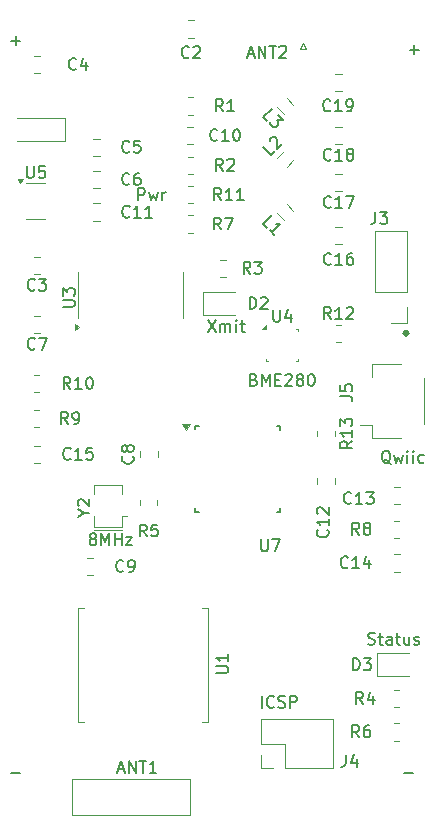
<source format=gbr>
%TF.GenerationSoftware,KiCad,Pcbnew,8.0.7*%
%TF.CreationDate,2025-01-11T16:41:09-06:00*%
%TF.ProjectId,ptSolar,7074536f-6c61-4722-9e6b-696361645f70,rev?*%
%TF.SameCoordinates,Original*%
%TF.FileFunction,Legend,Top*%
%TF.FilePolarity,Positive*%
%FSLAX46Y46*%
G04 Gerber Fmt 4.6, Leading zero omitted, Abs format (unit mm)*
G04 Created by KiCad (PCBNEW 8.0.7) date 2025-01-11 16:41:09*
%MOMM*%
%LPD*%
G01*
G04 APERTURE LIST*
%ADD10C,0.300000*%
%ADD11C,0.150000*%
%ADD12C,0.100000*%
%ADD13C,0.120000*%
G04 APERTURE END LIST*
D10*
X164650000Y-98500000D02*
G75*
G02*
X164350000Y-98500000I-150000J0D01*
G01*
X164350000Y-98500000D02*
G75*
G02*
X164650000Y-98500000I150000J0D01*
G01*
D11*
X161289160Y-124822200D02*
X161432017Y-124869819D01*
X161432017Y-124869819D02*
X161670112Y-124869819D01*
X161670112Y-124869819D02*
X161765350Y-124822200D01*
X161765350Y-124822200D02*
X161812969Y-124774580D01*
X161812969Y-124774580D02*
X161860588Y-124679342D01*
X161860588Y-124679342D02*
X161860588Y-124584104D01*
X161860588Y-124584104D02*
X161812969Y-124488866D01*
X161812969Y-124488866D02*
X161765350Y-124441247D01*
X161765350Y-124441247D02*
X161670112Y-124393628D01*
X161670112Y-124393628D02*
X161479636Y-124346009D01*
X161479636Y-124346009D02*
X161384398Y-124298390D01*
X161384398Y-124298390D02*
X161336779Y-124250771D01*
X161336779Y-124250771D02*
X161289160Y-124155533D01*
X161289160Y-124155533D02*
X161289160Y-124060295D01*
X161289160Y-124060295D02*
X161336779Y-123965057D01*
X161336779Y-123965057D02*
X161384398Y-123917438D01*
X161384398Y-123917438D02*
X161479636Y-123869819D01*
X161479636Y-123869819D02*
X161717731Y-123869819D01*
X161717731Y-123869819D02*
X161860588Y-123917438D01*
X162146303Y-124203152D02*
X162527255Y-124203152D01*
X162289160Y-123869819D02*
X162289160Y-124726961D01*
X162289160Y-124726961D02*
X162336779Y-124822200D01*
X162336779Y-124822200D02*
X162432017Y-124869819D01*
X162432017Y-124869819D02*
X162527255Y-124869819D01*
X163289160Y-124869819D02*
X163289160Y-124346009D01*
X163289160Y-124346009D02*
X163241541Y-124250771D01*
X163241541Y-124250771D02*
X163146303Y-124203152D01*
X163146303Y-124203152D02*
X162955827Y-124203152D01*
X162955827Y-124203152D02*
X162860589Y-124250771D01*
X163289160Y-124822200D02*
X163193922Y-124869819D01*
X163193922Y-124869819D02*
X162955827Y-124869819D01*
X162955827Y-124869819D02*
X162860589Y-124822200D01*
X162860589Y-124822200D02*
X162812970Y-124726961D01*
X162812970Y-124726961D02*
X162812970Y-124631723D01*
X162812970Y-124631723D02*
X162860589Y-124536485D01*
X162860589Y-124536485D02*
X162955827Y-124488866D01*
X162955827Y-124488866D02*
X163193922Y-124488866D01*
X163193922Y-124488866D02*
X163289160Y-124441247D01*
X163622494Y-124203152D02*
X164003446Y-124203152D01*
X163765351Y-123869819D02*
X163765351Y-124726961D01*
X163765351Y-124726961D02*
X163812970Y-124822200D01*
X163812970Y-124822200D02*
X163908208Y-124869819D01*
X163908208Y-124869819D02*
X164003446Y-124869819D01*
X164765351Y-124203152D02*
X164765351Y-124869819D01*
X164336780Y-124203152D02*
X164336780Y-124726961D01*
X164336780Y-124726961D02*
X164384399Y-124822200D01*
X164384399Y-124822200D02*
X164479637Y-124869819D01*
X164479637Y-124869819D02*
X164622494Y-124869819D01*
X164622494Y-124869819D02*
X164717732Y-124822200D01*
X164717732Y-124822200D02*
X164765351Y-124774580D01*
X165193923Y-124822200D02*
X165289161Y-124869819D01*
X165289161Y-124869819D02*
X165479637Y-124869819D01*
X165479637Y-124869819D02*
X165574875Y-124822200D01*
X165574875Y-124822200D02*
X165622494Y-124726961D01*
X165622494Y-124726961D02*
X165622494Y-124679342D01*
X165622494Y-124679342D02*
X165574875Y-124584104D01*
X165574875Y-124584104D02*
X165479637Y-124536485D01*
X165479637Y-124536485D02*
X165336780Y-124536485D01*
X165336780Y-124536485D02*
X165241542Y-124488866D01*
X165241542Y-124488866D02*
X165193923Y-124393628D01*
X165193923Y-124393628D02*
X165193923Y-124346009D01*
X165193923Y-124346009D02*
X165241542Y-124250771D01*
X165241542Y-124250771D02*
X165336780Y-124203152D01*
X165336780Y-124203152D02*
X165479637Y-124203152D01*
X165479637Y-124203152D02*
X165574875Y-124250771D01*
X147741541Y-97369819D02*
X148408207Y-98369819D01*
X148408207Y-97369819D02*
X147741541Y-98369819D01*
X148789160Y-98369819D02*
X148789160Y-97703152D01*
X148789160Y-97798390D02*
X148836779Y-97750771D01*
X148836779Y-97750771D02*
X148932017Y-97703152D01*
X148932017Y-97703152D02*
X149074874Y-97703152D01*
X149074874Y-97703152D02*
X149170112Y-97750771D01*
X149170112Y-97750771D02*
X149217731Y-97846009D01*
X149217731Y-97846009D02*
X149217731Y-98369819D01*
X149217731Y-97846009D02*
X149265350Y-97750771D01*
X149265350Y-97750771D02*
X149360588Y-97703152D01*
X149360588Y-97703152D02*
X149503445Y-97703152D01*
X149503445Y-97703152D02*
X149598684Y-97750771D01*
X149598684Y-97750771D02*
X149646303Y-97846009D01*
X149646303Y-97846009D02*
X149646303Y-98369819D01*
X150122493Y-98369819D02*
X150122493Y-97703152D01*
X150122493Y-97369819D02*
X150074874Y-97417438D01*
X150074874Y-97417438D02*
X150122493Y-97465057D01*
X150122493Y-97465057D02*
X150170112Y-97417438D01*
X150170112Y-97417438D02*
X150122493Y-97369819D01*
X150122493Y-97369819D02*
X150122493Y-97465057D01*
X150455826Y-97703152D02*
X150836778Y-97703152D01*
X150598683Y-97369819D02*
X150598683Y-98226961D01*
X150598683Y-98226961D02*
X150646302Y-98322200D01*
X150646302Y-98322200D02*
X150741540Y-98369819D01*
X150741540Y-98369819D02*
X150836778Y-98369819D01*
X141836779Y-87236569D02*
X141836779Y-86236569D01*
X141836779Y-86236569D02*
X142217731Y-86236569D01*
X142217731Y-86236569D02*
X142312969Y-86284188D01*
X142312969Y-86284188D02*
X142360588Y-86331807D01*
X142360588Y-86331807D02*
X142408207Y-86427045D01*
X142408207Y-86427045D02*
X142408207Y-86569902D01*
X142408207Y-86569902D02*
X142360588Y-86665140D01*
X142360588Y-86665140D02*
X142312969Y-86712759D01*
X142312969Y-86712759D02*
X142217731Y-86760378D01*
X142217731Y-86760378D02*
X141836779Y-86760378D01*
X142741541Y-86569902D02*
X142932017Y-87236569D01*
X142932017Y-87236569D02*
X143122493Y-86760378D01*
X143122493Y-86760378D02*
X143312969Y-87236569D01*
X143312969Y-87236569D02*
X143503445Y-86569902D01*
X143884398Y-87236569D02*
X143884398Y-86569902D01*
X143884398Y-86760378D02*
X143932017Y-86665140D01*
X143932017Y-86665140D02*
X143979636Y-86617521D01*
X143979636Y-86617521D02*
X144074874Y-86569902D01*
X144074874Y-86569902D02*
X144170112Y-86569902D01*
X131086779Y-135738866D02*
X131848684Y-135738866D01*
X131086779Y-73738866D02*
X131848684Y-73738866D01*
X131467731Y-74119819D02*
X131467731Y-73357914D01*
X140130952Y-135419104D02*
X140607142Y-135419104D01*
X140035714Y-135704819D02*
X140369047Y-134704819D01*
X140369047Y-134704819D02*
X140702380Y-135704819D01*
X141035714Y-135704819D02*
X141035714Y-134704819D01*
X141035714Y-134704819D02*
X141607142Y-135704819D01*
X141607142Y-135704819D02*
X141607142Y-134704819D01*
X141940476Y-134704819D02*
X142511904Y-134704819D01*
X142226190Y-135704819D02*
X142226190Y-134704819D01*
X143369047Y-135704819D02*
X142797619Y-135704819D01*
X143083333Y-135704819D02*
X143083333Y-134704819D01*
X143083333Y-134704819D02*
X142988095Y-134847676D01*
X142988095Y-134847676D02*
X142892857Y-134942914D01*
X142892857Y-134942914D02*
X142797619Y-134990533D01*
X160543333Y-132704819D02*
X160210000Y-132228628D01*
X159971905Y-132704819D02*
X159971905Y-131704819D01*
X159971905Y-131704819D02*
X160352857Y-131704819D01*
X160352857Y-131704819D02*
X160448095Y-131752438D01*
X160448095Y-131752438D02*
X160495714Y-131800057D01*
X160495714Y-131800057D02*
X160543333Y-131895295D01*
X160543333Y-131895295D02*
X160543333Y-132038152D01*
X160543333Y-132038152D02*
X160495714Y-132133390D01*
X160495714Y-132133390D02*
X160448095Y-132181009D01*
X160448095Y-132181009D02*
X160352857Y-132228628D01*
X160352857Y-132228628D02*
X159971905Y-132228628D01*
X161400476Y-131704819D02*
X161210000Y-131704819D01*
X161210000Y-131704819D02*
X161114762Y-131752438D01*
X161114762Y-131752438D02*
X161067143Y-131800057D01*
X161067143Y-131800057D02*
X160971905Y-131942914D01*
X160971905Y-131942914D02*
X160924286Y-132133390D01*
X160924286Y-132133390D02*
X160924286Y-132514342D01*
X160924286Y-132514342D02*
X160971905Y-132609580D01*
X160971905Y-132609580D02*
X161019524Y-132657200D01*
X161019524Y-132657200D02*
X161114762Y-132704819D01*
X161114762Y-132704819D02*
X161305238Y-132704819D01*
X161305238Y-132704819D02*
X161400476Y-132657200D01*
X161400476Y-132657200D02*
X161448095Y-132609580D01*
X161448095Y-132609580D02*
X161495714Y-132514342D01*
X161495714Y-132514342D02*
X161495714Y-132276247D01*
X161495714Y-132276247D02*
X161448095Y-132181009D01*
X161448095Y-132181009D02*
X161400476Y-132133390D01*
X161400476Y-132133390D02*
X161305238Y-132085771D01*
X161305238Y-132085771D02*
X161114762Y-132085771D01*
X161114762Y-132085771D02*
X161019524Y-132133390D01*
X161019524Y-132133390D02*
X160971905Y-132181009D01*
X160971905Y-132181009D02*
X160924286Y-132276247D01*
X158954819Y-103833333D02*
X159669104Y-103833333D01*
X159669104Y-103833333D02*
X159811961Y-103880952D01*
X159811961Y-103880952D02*
X159907200Y-103976190D01*
X159907200Y-103976190D02*
X159954819Y-104119047D01*
X159954819Y-104119047D02*
X159954819Y-104214285D01*
X158954819Y-102880952D02*
X158954819Y-103357142D01*
X158954819Y-103357142D02*
X159431009Y-103404761D01*
X159431009Y-103404761D02*
X159383390Y-103357142D01*
X159383390Y-103357142D02*
X159335771Y-103261904D01*
X159335771Y-103261904D02*
X159335771Y-103023809D01*
X159335771Y-103023809D02*
X159383390Y-102928571D01*
X159383390Y-102928571D02*
X159431009Y-102880952D01*
X159431009Y-102880952D02*
X159526247Y-102833333D01*
X159526247Y-102833333D02*
X159764342Y-102833333D01*
X159764342Y-102833333D02*
X159859580Y-102880952D01*
X159859580Y-102880952D02*
X159907200Y-102928571D01*
X159907200Y-102928571D02*
X159954819Y-103023809D01*
X159954819Y-103023809D02*
X159954819Y-103261904D01*
X159954819Y-103261904D02*
X159907200Y-103357142D01*
X159907200Y-103357142D02*
X159859580Y-103404761D01*
X163202381Y-109550057D02*
X163107143Y-109502438D01*
X163107143Y-109502438D02*
X163011905Y-109407200D01*
X163011905Y-109407200D02*
X162869048Y-109264342D01*
X162869048Y-109264342D02*
X162773810Y-109216723D01*
X162773810Y-109216723D02*
X162678572Y-109216723D01*
X162726191Y-109454819D02*
X162630953Y-109407200D01*
X162630953Y-109407200D02*
X162535715Y-109311961D01*
X162535715Y-109311961D02*
X162488096Y-109121485D01*
X162488096Y-109121485D02*
X162488096Y-108788152D01*
X162488096Y-108788152D02*
X162535715Y-108597676D01*
X162535715Y-108597676D02*
X162630953Y-108502438D01*
X162630953Y-108502438D02*
X162726191Y-108454819D01*
X162726191Y-108454819D02*
X162916667Y-108454819D01*
X162916667Y-108454819D02*
X163011905Y-108502438D01*
X163011905Y-108502438D02*
X163107143Y-108597676D01*
X163107143Y-108597676D02*
X163154762Y-108788152D01*
X163154762Y-108788152D02*
X163154762Y-109121485D01*
X163154762Y-109121485D02*
X163107143Y-109311961D01*
X163107143Y-109311961D02*
X163011905Y-109407200D01*
X163011905Y-109407200D02*
X162916667Y-109454819D01*
X162916667Y-109454819D02*
X162726191Y-109454819D01*
X163488096Y-108788152D02*
X163678572Y-109454819D01*
X163678572Y-109454819D02*
X163869048Y-108978628D01*
X163869048Y-108978628D02*
X164059524Y-109454819D01*
X164059524Y-109454819D02*
X164250000Y-108788152D01*
X164630953Y-109454819D02*
X164630953Y-108788152D01*
X164630953Y-108454819D02*
X164583334Y-108502438D01*
X164583334Y-108502438D02*
X164630953Y-108550057D01*
X164630953Y-108550057D02*
X164678572Y-108502438D01*
X164678572Y-108502438D02*
X164630953Y-108454819D01*
X164630953Y-108454819D02*
X164630953Y-108550057D01*
X165107143Y-109454819D02*
X165107143Y-108788152D01*
X165107143Y-108454819D02*
X165059524Y-108502438D01*
X165059524Y-108502438D02*
X165107143Y-108550057D01*
X165107143Y-108550057D02*
X165154762Y-108502438D01*
X165154762Y-108502438D02*
X165107143Y-108454819D01*
X165107143Y-108454819D02*
X165107143Y-108550057D01*
X166011904Y-109407200D02*
X165916666Y-109454819D01*
X165916666Y-109454819D02*
X165726190Y-109454819D01*
X165726190Y-109454819D02*
X165630952Y-109407200D01*
X165630952Y-109407200D02*
X165583333Y-109359580D01*
X165583333Y-109359580D02*
X165535714Y-109264342D01*
X165535714Y-109264342D02*
X165535714Y-108978628D01*
X165535714Y-108978628D02*
X165583333Y-108883390D01*
X165583333Y-108883390D02*
X165630952Y-108835771D01*
X165630952Y-108835771D02*
X165726190Y-108788152D01*
X165726190Y-108788152D02*
X165916666Y-108788152D01*
X165916666Y-108788152D02*
X166011904Y-108835771D01*
X141107142Y-88609580D02*
X141059523Y-88657200D01*
X141059523Y-88657200D02*
X140916666Y-88704819D01*
X140916666Y-88704819D02*
X140821428Y-88704819D01*
X140821428Y-88704819D02*
X140678571Y-88657200D01*
X140678571Y-88657200D02*
X140583333Y-88561961D01*
X140583333Y-88561961D02*
X140535714Y-88466723D01*
X140535714Y-88466723D02*
X140488095Y-88276247D01*
X140488095Y-88276247D02*
X140488095Y-88133390D01*
X140488095Y-88133390D02*
X140535714Y-87942914D01*
X140535714Y-87942914D02*
X140583333Y-87847676D01*
X140583333Y-87847676D02*
X140678571Y-87752438D01*
X140678571Y-87752438D02*
X140821428Y-87704819D01*
X140821428Y-87704819D02*
X140916666Y-87704819D01*
X140916666Y-87704819D02*
X141059523Y-87752438D01*
X141059523Y-87752438D02*
X141107142Y-87800057D01*
X142059523Y-88704819D02*
X141488095Y-88704819D01*
X141773809Y-88704819D02*
X141773809Y-87704819D01*
X141773809Y-87704819D02*
X141678571Y-87847676D01*
X141678571Y-87847676D02*
X141583333Y-87942914D01*
X141583333Y-87942914D02*
X141488095Y-87990533D01*
X143011904Y-88704819D02*
X142440476Y-88704819D01*
X142726190Y-88704819D02*
X142726190Y-87704819D01*
X142726190Y-87704819D02*
X142630952Y-87847676D01*
X142630952Y-87847676D02*
X142535714Y-87942914D01*
X142535714Y-87942914D02*
X142440476Y-87990533D01*
X151261905Y-96454819D02*
X151261905Y-95454819D01*
X151261905Y-95454819D02*
X151500000Y-95454819D01*
X151500000Y-95454819D02*
X151642857Y-95502438D01*
X151642857Y-95502438D02*
X151738095Y-95597676D01*
X151738095Y-95597676D02*
X151785714Y-95692914D01*
X151785714Y-95692914D02*
X151833333Y-95883390D01*
X151833333Y-95883390D02*
X151833333Y-96026247D01*
X151833333Y-96026247D02*
X151785714Y-96216723D01*
X151785714Y-96216723D02*
X151738095Y-96311961D01*
X151738095Y-96311961D02*
X151642857Y-96407200D01*
X151642857Y-96407200D02*
X151500000Y-96454819D01*
X151500000Y-96454819D02*
X151261905Y-96454819D01*
X152214286Y-95550057D02*
X152261905Y-95502438D01*
X152261905Y-95502438D02*
X152357143Y-95454819D01*
X152357143Y-95454819D02*
X152595238Y-95454819D01*
X152595238Y-95454819D02*
X152690476Y-95502438D01*
X152690476Y-95502438D02*
X152738095Y-95550057D01*
X152738095Y-95550057D02*
X152785714Y-95645295D01*
X152785714Y-95645295D02*
X152785714Y-95740533D01*
X152785714Y-95740533D02*
X152738095Y-95883390D01*
X152738095Y-95883390D02*
X152166667Y-96454819D01*
X152166667Y-96454819D02*
X152785714Y-96454819D01*
X158157142Y-92609580D02*
X158109523Y-92657200D01*
X158109523Y-92657200D02*
X157966666Y-92704819D01*
X157966666Y-92704819D02*
X157871428Y-92704819D01*
X157871428Y-92704819D02*
X157728571Y-92657200D01*
X157728571Y-92657200D02*
X157633333Y-92561961D01*
X157633333Y-92561961D02*
X157585714Y-92466723D01*
X157585714Y-92466723D02*
X157538095Y-92276247D01*
X157538095Y-92276247D02*
X157538095Y-92133390D01*
X157538095Y-92133390D02*
X157585714Y-91942914D01*
X157585714Y-91942914D02*
X157633333Y-91847676D01*
X157633333Y-91847676D02*
X157728571Y-91752438D01*
X157728571Y-91752438D02*
X157871428Y-91704819D01*
X157871428Y-91704819D02*
X157966666Y-91704819D01*
X157966666Y-91704819D02*
X158109523Y-91752438D01*
X158109523Y-91752438D02*
X158157142Y-91800057D01*
X159109523Y-92704819D02*
X158538095Y-92704819D01*
X158823809Y-92704819D02*
X158823809Y-91704819D01*
X158823809Y-91704819D02*
X158728571Y-91847676D01*
X158728571Y-91847676D02*
X158633333Y-91942914D01*
X158633333Y-91942914D02*
X158538095Y-91990533D01*
X159966666Y-91704819D02*
X159776190Y-91704819D01*
X159776190Y-91704819D02*
X159680952Y-91752438D01*
X159680952Y-91752438D02*
X159633333Y-91800057D01*
X159633333Y-91800057D02*
X159538095Y-91942914D01*
X159538095Y-91942914D02*
X159490476Y-92133390D01*
X159490476Y-92133390D02*
X159490476Y-92514342D01*
X159490476Y-92514342D02*
X159538095Y-92609580D01*
X159538095Y-92609580D02*
X159585714Y-92657200D01*
X159585714Y-92657200D02*
X159680952Y-92704819D01*
X159680952Y-92704819D02*
X159871428Y-92704819D01*
X159871428Y-92704819D02*
X159966666Y-92657200D01*
X159966666Y-92657200D02*
X160014285Y-92609580D01*
X160014285Y-92609580D02*
X160061904Y-92514342D01*
X160061904Y-92514342D02*
X160061904Y-92276247D01*
X160061904Y-92276247D02*
X160014285Y-92181009D01*
X160014285Y-92181009D02*
X159966666Y-92133390D01*
X159966666Y-92133390D02*
X159871428Y-92085771D01*
X159871428Y-92085771D02*
X159680952Y-92085771D01*
X159680952Y-92085771D02*
X159585714Y-92133390D01*
X159585714Y-92133390D02*
X159538095Y-92181009D01*
X159538095Y-92181009D02*
X159490476Y-92276247D01*
X135454819Y-96261904D02*
X136264342Y-96261904D01*
X136264342Y-96261904D02*
X136359580Y-96214285D01*
X136359580Y-96214285D02*
X136407200Y-96166666D01*
X136407200Y-96166666D02*
X136454819Y-96071428D01*
X136454819Y-96071428D02*
X136454819Y-95880952D01*
X136454819Y-95880952D02*
X136407200Y-95785714D01*
X136407200Y-95785714D02*
X136359580Y-95738095D01*
X136359580Y-95738095D02*
X136264342Y-95690476D01*
X136264342Y-95690476D02*
X135454819Y-95690476D01*
X135454819Y-95309523D02*
X135454819Y-94690476D01*
X135454819Y-94690476D02*
X135835771Y-95023809D01*
X135835771Y-95023809D02*
X135835771Y-94880952D01*
X135835771Y-94880952D02*
X135883390Y-94785714D01*
X135883390Y-94785714D02*
X135931009Y-94738095D01*
X135931009Y-94738095D02*
X136026247Y-94690476D01*
X136026247Y-94690476D02*
X136264342Y-94690476D01*
X136264342Y-94690476D02*
X136359580Y-94738095D01*
X136359580Y-94738095D02*
X136407200Y-94785714D01*
X136407200Y-94785714D02*
X136454819Y-94880952D01*
X136454819Y-94880952D02*
X136454819Y-95166666D01*
X136454819Y-95166666D02*
X136407200Y-95261904D01*
X136407200Y-95261904D02*
X136359580Y-95309523D01*
X159857142Y-112859580D02*
X159809523Y-112907200D01*
X159809523Y-112907200D02*
X159666666Y-112954819D01*
X159666666Y-112954819D02*
X159571428Y-112954819D01*
X159571428Y-112954819D02*
X159428571Y-112907200D01*
X159428571Y-112907200D02*
X159333333Y-112811961D01*
X159333333Y-112811961D02*
X159285714Y-112716723D01*
X159285714Y-112716723D02*
X159238095Y-112526247D01*
X159238095Y-112526247D02*
X159238095Y-112383390D01*
X159238095Y-112383390D02*
X159285714Y-112192914D01*
X159285714Y-112192914D02*
X159333333Y-112097676D01*
X159333333Y-112097676D02*
X159428571Y-112002438D01*
X159428571Y-112002438D02*
X159571428Y-111954819D01*
X159571428Y-111954819D02*
X159666666Y-111954819D01*
X159666666Y-111954819D02*
X159809523Y-112002438D01*
X159809523Y-112002438D02*
X159857142Y-112050057D01*
X160809523Y-112954819D02*
X160238095Y-112954819D01*
X160523809Y-112954819D02*
X160523809Y-111954819D01*
X160523809Y-111954819D02*
X160428571Y-112097676D01*
X160428571Y-112097676D02*
X160333333Y-112192914D01*
X160333333Y-112192914D02*
X160238095Y-112240533D01*
X161142857Y-111954819D02*
X161761904Y-111954819D01*
X161761904Y-111954819D02*
X161428571Y-112335771D01*
X161428571Y-112335771D02*
X161571428Y-112335771D01*
X161571428Y-112335771D02*
X161666666Y-112383390D01*
X161666666Y-112383390D02*
X161714285Y-112431009D01*
X161714285Y-112431009D02*
X161761904Y-112526247D01*
X161761904Y-112526247D02*
X161761904Y-112764342D01*
X161761904Y-112764342D02*
X161714285Y-112859580D01*
X161714285Y-112859580D02*
X161666666Y-112907200D01*
X161666666Y-112907200D02*
X161571428Y-112954819D01*
X161571428Y-112954819D02*
X161285714Y-112954819D01*
X161285714Y-112954819D02*
X161190476Y-112907200D01*
X161190476Y-112907200D02*
X161142857Y-112859580D01*
X153278095Y-96514819D02*
X153278095Y-97324342D01*
X153278095Y-97324342D02*
X153325714Y-97419580D01*
X153325714Y-97419580D02*
X153373333Y-97467200D01*
X153373333Y-97467200D02*
X153468571Y-97514819D01*
X153468571Y-97514819D02*
X153659047Y-97514819D01*
X153659047Y-97514819D02*
X153754285Y-97467200D01*
X153754285Y-97467200D02*
X153801904Y-97419580D01*
X153801904Y-97419580D02*
X153849523Y-97324342D01*
X153849523Y-97324342D02*
X153849523Y-96514819D01*
X154754285Y-96848152D02*
X154754285Y-97514819D01*
X154516190Y-96467200D02*
X154278095Y-97181485D01*
X154278095Y-97181485D02*
X154897142Y-97181485D01*
X151619047Y-102431009D02*
X151761904Y-102478628D01*
X151761904Y-102478628D02*
X151809523Y-102526247D01*
X151809523Y-102526247D02*
X151857142Y-102621485D01*
X151857142Y-102621485D02*
X151857142Y-102764342D01*
X151857142Y-102764342D02*
X151809523Y-102859580D01*
X151809523Y-102859580D02*
X151761904Y-102907200D01*
X151761904Y-102907200D02*
X151666666Y-102954819D01*
X151666666Y-102954819D02*
X151285714Y-102954819D01*
X151285714Y-102954819D02*
X151285714Y-101954819D01*
X151285714Y-101954819D02*
X151619047Y-101954819D01*
X151619047Y-101954819D02*
X151714285Y-102002438D01*
X151714285Y-102002438D02*
X151761904Y-102050057D01*
X151761904Y-102050057D02*
X151809523Y-102145295D01*
X151809523Y-102145295D02*
X151809523Y-102240533D01*
X151809523Y-102240533D02*
X151761904Y-102335771D01*
X151761904Y-102335771D02*
X151714285Y-102383390D01*
X151714285Y-102383390D02*
X151619047Y-102431009D01*
X151619047Y-102431009D02*
X151285714Y-102431009D01*
X152285714Y-102954819D02*
X152285714Y-101954819D01*
X152285714Y-101954819D02*
X152619047Y-102669104D01*
X152619047Y-102669104D02*
X152952380Y-101954819D01*
X152952380Y-101954819D02*
X152952380Y-102954819D01*
X153428571Y-102431009D02*
X153761904Y-102431009D01*
X153904761Y-102954819D02*
X153428571Y-102954819D01*
X153428571Y-102954819D02*
X153428571Y-101954819D01*
X153428571Y-101954819D02*
X153904761Y-101954819D01*
X154285714Y-102050057D02*
X154333333Y-102002438D01*
X154333333Y-102002438D02*
X154428571Y-101954819D01*
X154428571Y-101954819D02*
X154666666Y-101954819D01*
X154666666Y-101954819D02*
X154761904Y-102002438D01*
X154761904Y-102002438D02*
X154809523Y-102050057D01*
X154809523Y-102050057D02*
X154857142Y-102145295D01*
X154857142Y-102145295D02*
X154857142Y-102240533D01*
X154857142Y-102240533D02*
X154809523Y-102383390D01*
X154809523Y-102383390D02*
X154238095Y-102954819D01*
X154238095Y-102954819D02*
X154857142Y-102954819D01*
X155428571Y-102383390D02*
X155333333Y-102335771D01*
X155333333Y-102335771D02*
X155285714Y-102288152D01*
X155285714Y-102288152D02*
X155238095Y-102192914D01*
X155238095Y-102192914D02*
X155238095Y-102145295D01*
X155238095Y-102145295D02*
X155285714Y-102050057D01*
X155285714Y-102050057D02*
X155333333Y-102002438D01*
X155333333Y-102002438D02*
X155428571Y-101954819D01*
X155428571Y-101954819D02*
X155619047Y-101954819D01*
X155619047Y-101954819D02*
X155714285Y-102002438D01*
X155714285Y-102002438D02*
X155761904Y-102050057D01*
X155761904Y-102050057D02*
X155809523Y-102145295D01*
X155809523Y-102145295D02*
X155809523Y-102192914D01*
X155809523Y-102192914D02*
X155761904Y-102288152D01*
X155761904Y-102288152D02*
X155714285Y-102335771D01*
X155714285Y-102335771D02*
X155619047Y-102383390D01*
X155619047Y-102383390D02*
X155428571Y-102383390D01*
X155428571Y-102383390D02*
X155333333Y-102431009D01*
X155333333Y-102431009D02*
X155285714Y-102478628D01*
X155285714Y-102478628D02*
X155238095Y-102573866D01*
X155238095Y-102573866D02*
X155238095Y-102764342D01*
X155238095Y-102764342D02*
X155285714Y-102859580D01*
X155285714Y-102859580D02*
X155333333Y-102907200D01*
X155333333Y-102907200D02*
X155428571Y-102954819D01*
X155428571Y-102954819D02*
X155619047Y-102954819D01*
X155619047Y-102954819D02*
X155714285Y-102907200D01*
X155714285Y-102907200D02*
X155761904Y-102859580D01*
X155761904Y-102859580D02*
X155809523Y-102764342D01*
X155809523Y-102764342D02*
X155809523Y-102573866D01*
X155809523Y-102573866D02*
X155761904Y-102478628D01*
X155761904Y-102478628D02*
X155714285Y-102431009D01*
X155714285Y-102431009D02*
X155619047Y-102383390D01*
X156428571Y-101954819D02*
X156523809Y-101954819D01*
X156523809Y-101954819D02*
X156619047Y-102002438D01*
X156619047Y-102002438D02*
X156666666Y-102050057D01*
X156666666Y-102050057D02*
X156714285Y-102145295D01*
X156714285Y-102145295D02*
X156761904Y-102335771D01*
X156761904Y-102335771D02*
X156761904Y-102573866D01*
X156761904Y-102573866D02*
X156714285Y-102764342D01*
X156714285Y-102764342D02*
X156666666Y-102859580D01*
X156666666Y-102859580D02*
X156619047Y-102907200D01*
X156619047Y-102907200D02*
X156523809Y-102954819D01*
X156523809Y-102954819D02*
X156428571Y-102954819D01*
X156428571Y-102954819D02*
X156333333Y-102907200D01*
X156333333Y-102907200D02*
X156285714Y-102859580D01*
X156285714Y-102859580D02*
X156238095Y-102764342D01*
X156238095Y-102764342D02*
X156190476Y-102573866D01*
X156190476Y-102573866D02*
X156190476Y-102335771D01*
X156190476Y-102335771D02*
X156238095Y-102145295D01*
X156238095Y-102145295D02*
X156285714Y-102050057D01*
X156285714Y-102050057D02*
X156333333Y-102002438D01*
X156333333Y-102002438D02*
X156428571Y-101954819D01*
X152238095Y-115954819D02*
X152238095Y-116764342D01*
X152238095Y-116764342D02*
X152285714Y-116859580D01*
X152285714Y-116859580D02*
X152333333Y-116907200D01*
X152333333Y-116907200D02*
X152428571Y-116954819D01*
X152428571Y-116954819D02*
X152619047Y-116954819D01*
X152619047Y-116954819D02*
X152714285Y-116907200D01*
X152714285Y-116907200D02*
X152761904Y-116859580D01*
X152761904Y-116859580D02*
X152809523Y-116764342D01*
X152809523Y-116764342D02*
X152809523Y-115954819D01*
X153190476Y-115954819D02*
X153857142Y-115954819D01*
X153857142Y-115954819D02*
X153428571Y-116954819D01*
X132400595Y-84354819D02*
X132400595Y-85164342D01*
X132400595Y-85164342D02*
X132448214Y-85259580D01*
X132448214Y-85259580D02*
X132495833Y-85307200D01*
X132495833Y-85307200D02*
X132591071Y-85354819D01*
X132591071Y-85354819D02*
X132781547Y-85354819D01*
X132781547Y-85354819D02*
X132876785Y-85307200D01*
X132876785Y-85307200D02*
X132924404Y-85259580D01*
X132924404Y-85259580D02*
X132972023Y-85164342D01*
X132972023Y-85164342D02*
X132972023Y-84354819D01*
X133924404Y-84354819D02*
X133448214Y-84354819D01*
X133448214Y-84354819D02*
X133400595Y-84831009D01*
X133400595Y-84831009D02*
X133448214Y-84783390D01*
X133448214Y-84783390D02*
X133543452Y-84735771D01*
X133543452Y-84735771D02*
X133781547Y-84735771D01*
X133781547Y-84735771D02*
X133876785Y-84783390D01*
X133876785Y-84783390D02*
X133924404Y-84831009D01*
X133924404Y-84831009D02*
X133972023Y-84926247D01*
X133972023Y-84926247D02*
X133972023Y-85164342D01*
X133972023Y-85164342D02*
X133924404Y-85259580D01*
X133924404Y-85259580D02*
X133876785Y-85307200D01*
X133876785Y-85307200D02*
X133781547Y-85354819D01*
X133781547Y-85354819D02*
X133543452Y-85354819D01*
X133543452Y-85354819D02*
X133448214Y-85307200D01*
X133448214Y-85307200D02*
X133400595Y-85259580D01*
X148537142Y-82124580D02*
X148489523Y-82172200D01*
X148489523Y-82172200D02*
X148346666Y-82219819D01*
X148346666Y-82219819D02*
X148251428Y-82219819D01*
X148251428Y-82219819D02*
X148108571Y-82172200D01*
X148108571Y-82172200D02*
X148013333Y-82076961D01*
X148013333Y-82076961D02*
X147965714Y-81981723D01*
X147965714Y-81981723D02*
X147918095Y-81791247D01*
X147918095Y-81791247D02*
X147918095Y-81648390D01*
X147918095Y-81648390D02*
X147965714Y-81457914D01*
X147965714Y-81457914D02*
X148013333Y-81362676D01*
X148013333Y-81362676D02*
X148108571Y-81267438D01*
X148108571Y-81267438D02*
X148251428Y-81219819D01*
X148251428Y-81219819D02*
X148346666Y-81219819D01*
X148346666Y-81219819D02*
X148489523Y-81267438D01*
X148489523Y-81267438D02*
X148537142Y-81315057D01*
X149489523Y-82219819D02*
X148918095Y-82219819D01*
X149203809Y-82219819D02*
X149203809Y-81219819D01*
X149203809Y-81219819D02*
X149108571Y-81362676D01*
X149108571Y-81362676D02*
X149013333Y-81457914D01*
X149013333Y-81457914D02*
X148918095Y-81505533D01*
X150108571Y-81219819D02*
X150203809Y-81219819D01*
X150203809Y-81219819D02*
X150299047Y-81267438D01*
X150299047Y-81267438D02*
X150346666Y-81315057D01*
X150346666Y-81315057D02*
X150394285Y-81410295D01*
X150394285Y-81410295D02*
X150441904Y-81600771D01*
X150441904Y-81600771D02*
X150441904Y-81838866D01*
X150441904Y-81838866D02*
X150394285Y-82029342D01*
X150394285Y-82029342D02*
X150346666Y-82124580D01*
X150346666Y-82124580D02*
X150299047Y-82172200D01*
X150299047Y-82172200D02*
X150203809Y-82219819D01*
X150203809Y-82219819D02*
X150108571Y-82219819D01*
X150108571Y-82219819D02*
X150013333Y-82172200D01*
X150013333Y-82172200D02*
X149965714Y-82124580D01*
X149965714Y-82124580D02*
X149918095Y-82029342D01*
X149918095Y-82029342D02*
X149870476Y-81838866D01*
X149870476Y-81838866D02*
X149870476Y-81600771D01*
X149870476Y-81600771D02*
X149918095Y-81410295D01*
X149918095Y-81410295D02*
X149965714Y-81315057D01*
X149965714Y-81315057D02*
X150013333Y-81267438D01*
X150013333Y-81267438D02*
X150108571Y-81219819D01*
X141359580Y-108916666D02*
X141407200Y-108964285D01*
X141407200Y-108964285D02*
X141454819Y-109107142D01*
X141454819Y-109107142D02*
X141454819Y-109202380D01*
X141454819Y-109202380D02*
X141407200Y-109345237D01*
X141407200Y-109345237D02*
X141311961Y-109440475D01*
X141311961Y-109440475D02*
X141216723Y-109488094D01*
X141216723Y-109488094D02*
X141026247Y-109535713D01*
X141026247Y-109535713D02*
X140883390Y-109535713D01*
X140883390Y-109535713D02*
X140692914Y-109488094D01*
X140692914Y-109488094D02*
X140597676Y-109440475D01*
X140597676Y-109440475D02*
X140502438Y-109345237D01*
X140502438Y-109345237D02*
X140454819Y-109202380D01*
X140454819Y-109202380D02*
X140454819Y-109107142D01*
X140454819Y-109107142D02*
X140502438Y-108964285D01*
X140502438Y-108964285D02*
X140550057Y-108916666D01*
X140883390Y-108345237D02*
X140835771Y-108440475D01*
X140835771Y-108440475D02*
X140788152Y-108488094D01*
X140788152Y-108488094D02*
X140692914Y-108535713D01*
X140692914Y-108535713D02*
X140645295Y-108535713D01*
X140645295Y-108535713D02*
X140550057Y-108488094D01*
X140550057Y-108488094D02*
X140502438Y-108440475D01*
X140502438Y-108440475D02*
X140454819Y-108345237D01*
X140454819Y-108345237D02*
X140454819Y-108154761D01*
X140454819Y-108154761D02*
X140502438Y-108059523D01*
X140502438Y-108059523D02*
X140550057Y-108011904D01*
X140550057Y-108011904D02*
X140645295Y-107964285D01*
X140645295Y-107964285D02*
X140692914Y-107964285D01*
X140692914Y-107964285D02*
X140788152Y-108011904D01*
X140788152Y-108011904D02*
X140835771Y-108059523D01*
X140835771Y-108059523D02*
X140883390Y-108154761D01*
X140883390Y-108154761D02*
X140883390Y-108345237D01*
X140883390Y-108345237D02*
X140931009Y-108440475D01*
X140931009Y-108440475D02*
X140978628Y-108488094D01*
X140978628Y-108488094D02*
X141073866Y-108535713D01*
X141073866Y-108535713D02*
X141264342Y-108535713D01*
X141264342Y-108535713D02*
X141359580Y-108488094D01*
X141359580Y-108488094D02*
X141407200Y-108440475D01*
X141407200Y-108440475D02*
X141454819Y-108345237D01*
X141454819Y-108345237D02*
X141454819Y-108154761D01*
X141454819Y-108154761D02*
X141407200Y-108059523D01*
X141407200Y-108059523D02*
X141359580Y-108011904D01*
X141359580Y-108011904D02*
X141264342Y-107964285D01*
X141264342Y-107964285D02*
X141073866Y-107964285D01*
X141073866Y-107964285D02*
X140978628Y-108011904D01*
X140978628Y-108011904D02*
X140931009Y-108059523D01*
X140931009Y-108059523D02*
X140883390Y-108154761D01*
X148833333Y-89704819D02*
X148500000Y-89228628D01*
X148261905Y-89704819D02*
X148261905Y-88704819D01*
X148261905Y-88704819D02*
X148642857Y-88704819D01*
X148642857Y-88704819D02*
X148738095Y-88752438D01*
X148738095Y-88752438D02*
X148785714Y-88800057D01*
X148785714Y-88800057D02*
X148833333Y-88895295D01*
X148833333Y-88895295D02*
X148833333Y-89038152D01*
X148833333Y-89038152D02*
X148785714Y-89133390D01*
X148785714Y-89133390D02*
X148738095Y-89181009D01*
X148738095Y-89181009D02*
X148642857Y-89228628D01*
X148642857Y-89228628D02*
X148261905Y-89228628D01*
X149166667Y-88704819D02*
X149833333Y-88704819D01*
X149833333Y-88704819D02*
X149404762Y-89704819D01*
X136583333Y-76109580D02*
X136535714Y-76157200D01*
X136535714Y-76157200D02*
X136392857Y-76204819D01*
X136392857Y-76204819D02*
X136297619Y-76204819D01*
X136297619Y-76204819D02*
X136154762Y-76157200D01*
X136154762Y-76157200D02*
X136059524Y-76061961D01*
X136059524Y-76061961D02*
X136011905Y-75966723D01*
X136011905Y-75966723D02*
X135964286Y-75776247D01*
X135964286Y-75776247D02*
X135964286Y-75633390D01*
X135964286Y-75633390D02*
X136011905Y-75442914D01*
X136011905Y-75442914D02*
X136059524Y-75347676D01*
X136059524Y-75347676D02*
X136154762Y-75252438D01*
X136154762Y-75252438D02*
X136297619Y-75204819D01*
X136297619Y-75204819D02*
X136392857Y-75204819D01*
X136392857Y-75204819D02*
X136535714Y-75252438D01*
X136535714Y-75252438D02*
X136583333Y-75300057D01*
X137440476Y-75538152D02*
X137440476Y-76204819D01*
X137202381Y-75157200D02*
X136964286Y-75871485D01*
X136964286Y-75871485D02*
X137583333Y-75871485D01*
X136107142Y-109109580D02*
X136059523Y-109157200D01*
X136059523Y-109157200D02*
X135916666Y-109204819D01*
X135916666Y-109204819D02*
X135821428Y-109204819D01*
X135821428Y-109204819D02*
X135678571Y-109157200D01*
X135678571Y-109157200D02*
X135583333Y-109061961D01*
X135583333Y-109061961D02*
X135535714Y-108966723D01*
X135535714Y-108966723D02*
X135488095Y-108776247D01*
X135488095Y-108776247D02*
X135488095Y-108633390D01*
X135488095Y-108633390D02*
X135535714Y-108442914D01*
X135535714Y-108442914D02*
X135583333Y-108347676D01*
X135583333Y-108347676D02*
X135678571Y-108252438D01*
X135678571Y-108252438D02*
X135821428Y-108204819D01*
X135821428Y-108204819D02*
X135916666Y-108204819D01*
X135916666Y-108204819D02*
X136059523Y-108252438D01*
X136059523Y-108252438D02*
X136107142Y-108300057D01*
X137059523Y-109204819D02*
X136488095Y-109204819D01*
X136773809Y-109204819D02*
X136773809Y-108204819D01*
X136773809Y-108204819D02*
X136678571Y-108347676D01*
X136678571Y-108347676D02*
X136583333Y-108442914D01*
X136583333Y-108442914D02*
X136488095Y-108490533D01*
X137964285Y-108204819D02*
X137488095Y-108204819D01*
X137488095Y-108204819D02*
X137440476Y-108681009D01*
X137440476Y-108681009D02*
X137488095Y-108633390D01*
X137488095Y-108633390D02*
X137583333Y-108585771D01*
X137583333Y-108585771D02*
X137821428Y-108585771D01*
X137821428Y-108585771D02*
X137916666Y-108633390D01*
X137916666Y-108633390D02*
X137964285Y-108681009D01*
X137964285Y-108681009D02*
X138011904Y-108776247D01*
X138011904Y-108776247D02*
X138011904Y-109014342D01*
X138011904Y-109014342D02*
X137964285Y-109109580D01*
X137964285Y-109109580D02*
X137916666Y-109157200D01*
X137916666Y-109157200D02*
X137821428Y-109204819D01*
X137821428Y-109204819D02*
X137583333Y-109204819D01*
X137583333Y-109204819D02*
X137488095Y-109157200D01*
X137488095Y-109157200D02*
X137440476Y-109109580D01*
X133083333Y-99789580D02*
X133035714Y-99837200D01*
X133035714Y-99837200D02*
X132892857Y-99884819D01*
X132892857Y-99884819D02*
X132797619Y-99884819D01*
X132797619Y-99884819D02*
X132654762Y-99837200D01*
X132654762Y-99837200D02*
X132559524Y-99741961D01*
X132559524Y-99741961D02*
X132511905Y-99646723D01*
X132511905Y-99646723D02*
X132464286Y-99456247D01*
X132464286Y-99456247D02*
X132464286Y-99313390D01*
X132464286Y-99313390D02*
X132511905Y-99122914D01*
X132511905Y-99122914D02*
X132559524Y-99027676D01*
X132559524Y-99027676D02*
X132654762Y-98932438D01*
X132654762Y-98932438D02*
X132797619Y-98884819D01*
X132797619Y-98884819D02*
X132892857Y-98884819D01*
X132892857Y-98884819D02*
X133035714Y-98932438D01*
X133035714Y-98932438D02*
X133083333Y-98980057D01*
X133416667Y-98884819D02*
X134083333Y-98884819D01*
X134083333Y-98884819D02*
X133654762Y-99884819D01*
X149013333Y-79704819D02*
X148680000Y-79228628D01*
X148441905Y-79704819D02*
X148441905Y-78704819D01*
X148441905Y-78704819D02*
X148822857Y-78704819D01*
X148822857Y-78704819D02*
X148918095Y-78752438D01*
X148918095Y-78752438D02*
X148965714Y-78800057D01*
X148965714Y-78800057D02*
X149013333Y-78895295D01*
X149013333Y-78895295D02*
X149013333Y-79038152D01*
X149013333Y-79038152D02*
X148965714Y-79133390D01*
X148965714Y-79133390D02*
X148918095Y-79181009D01*
X148918095Y-79181009D02*
X148822857Y-79228628D01*
X148822857Y-79228628D02*
X148441905Y-79228628D01*
X149965714Y-79704819D02*
X149394286Y-79704819D01*
X149680000Y-79704819D02*
X149680000Y-78704819D01*
X149680000Y-78704819D02*
X149584762Y-78847676D01*
X149584762Y-78847676D02*
X149489524Y-78942914D01*
X149489524Y-78942914D02*
X149394286Y-78990533D01*
X148454819Y-127261904D02*
X149264342Y-127261904D01*
X149264342Y-127261904D02*
X149359580Y-127214285D01*
X149359580Y-127214285D02*
X149407200Y-127166666D01*
X149407200Y-127166666D02*
X149454819Y-127071428D01*
X149454819Y-127071428D02*
X149454819Y-126880952D01*
X149454819Y-126880952D02*
X149407200Y-126785714D01*
X149407200Y-126785714D02*
X149359580Y-126738095D01*
X149359580Y-126738095D02*
X149264342Y-126690476D01*
X149264342Y-126690476D02*
X148454819Y-126690476D01*
X149454819Y-125690476D02*
X149454819Y-126261904D01*
X149454819Y-125976190D02*
X148454819Y-125976190D01*
X148454819Y-125976190D02*
X148597676Y-126071428D01*
X148597676Y-126071428D02*
X148692914Y-126166666D01*
X148692914Y-126166666D02*
X148740533Y-126261904D01*
X153407738Y-83093440D02*
X153071021Y-83430158D01*
X153071021Y-83430158D02*
X152363914Y-82723051D01*
X152970006Y-82251646D02*
X152970006Y-82184303D01*
X152970006Y-82184303D02*
X153003677Y-82083287D01*
X153003677Y-82083287D02*
X153172036Y-81914929D01*
X153172036Y-81914929D02*
X153273051Y-81881257D01*
X153273051Y-81881257D02*
X153340395Y-81881257D01*
X153340395Y-81881257D02*
X153441410Y-81914929D01*
X153441410Y-81914929D02*
X153508754Y-81982272D01*
X153508754Y-81982272D02*
X153576097Y-82116959D01*
X153576097Y-82116959D02*
X153576097Y-82925081D01*
X153576097Y-82925081D02*
X154013830Y-82487348D01*
X164336779Y-135738866D02*
X165098684Y-135738866D01*
X164836779Y-74488866D02*
X165598684Y-74488866D01*
X165217731Y-74869819D02*
X165217731Y-74107914D01*
X158157142Y-83789580D02*
X158109523Y-83837200D01*
X158109523Y-83837200D02*
X157966666Y-83884819D01*
X157966666Y-83884819D02*
X157871428Y-83884819D01*
X157871428Y-83884819D02*
X157728571Y-83837200D01*
X157728571Y-83837200D02*
X157633333Y-83741961D01*
X157633333Y-83741961D02*
X157585714Y-83646723D01*
X157585714Y-83646723D02*
X157538095Y-83456247D01*
X157538095Y-83456247D02*
X157538095Y-83313390D01*
X157538095Y-83313390D02*
X157585714Y-83122914D01*
X157585714Y-83122914D02*
X157633333Y-83027676D01*
X157633333Y-83027676D02*
X157728571Y-82932438D01*
X157728571Y-82932438D02*
X157871428Y-82884819D01*
X157871428Y-82884819D02*
X157966666Y-82884819D01*
X157966666Y-82884819D02*
X158109523Y-82932438D01*
X158109523Y-82932438D02*
X158157142Y-82980057D01*
X159109523Y-83884819D02*
X158538095Y-83884819D01*
X158823809Y-83884819D02*
X158823809Y-82884819D01*
X158823809Y-82884819D02*
X158728571Y-83027676D01*
X158728571Y-83027676D02*
X158633333Y-83122914D01*
X158633333Y-83122914D02*
X158538095Y-83170533D01*
X159680952Y-83313390D02*
X159585714Y-83265771D01*
X159585714Y-83265771D02*
X159538095Y-83218152D01*
X159538095Y-83218152D02*
X159490476Y-83122914D01*
X159490476Y-83122914D02*
X159490476Y-83075295D01*
X159490476Y-83075295D02*
X159538095Y-82980057D01*
X159538095Y-82980057D02*
X159585714Y-82932438D01*
X159585714Y-82932438D02*
X159680952Y-82884819D01*
X159680952Y-82884819D02*
X159871428Y-82884819D01*
X159871428Y-82884819D02*
X159966666Y-82932438D01*
X159966666Y-82932438D02*
X160014285Y-82980057D01*
X160014285Y-82980057D02*
X160061904Y-83075295D01*
X160061904Y-83075295D02*
X160061904Y-83122914D01*
X160061904Y-83122914D02*
X160014285Y-83218152D01*
X160014285Y-83218152D02*
X159966666Y-83265771D01*
X159966666Y-83265771D02*
X159871428Y-83313390D01*
X159871428Y-83313390D02*
X159680952Y-83313390D01*
X159680952Y-83313390D02*
X159585714Y-83361009D01*
X159585714Y-83361009D02*
X159538095Y-83408628D01*
X159538095Y-83408628D02*
X159490476Y-83503866D01*
X159490476Y-83503866D02*
X159490476Y-83694342D01*
X159490476Y-83694342D02*
X159538095Y-83789580D01*
X159538095Y-83789580D02*
X159585714Y-83837200D01*
X159585714Y-83837200D02*
X159680952Y-83884819D01*
X159680952Y-83884819D02*
X159871428Y-83884819D01*
X159871428Y-83884819D02*
X159966666Y-83837200D01*
X159966666Y-83837200D02*
X160014285Y-83789580D01*
X160014285Y-83789580D02*
X160061904Y-83694342D01*
X160061904Y-83694342D02*
X160061904Y-83503866D01*
X160061904Y-83503866D02*
X160014285Y-83408628D01*
X160014285Y-83408628D02*
X159966666Y-83361009D01*
X159966666Y-83361009D02*
X159871428Y-83313390D01*
X142553333Y-115704819D02*
X142220000Y-115228628D01*
X141981905Y-115704819D02*
X141981905Y-114704819D01*
X141981905Y-114704819D02*
X142362857Y-114704819D01*
X142362857Y-114704819D02*
X142458095Y-114752438D01*
X142458095Y-114752438D02*
X142505714Y-114800057D01*
X142505714Y-114800057D02*
X142553333Y-114895295D01*
X142553333Y-114895295D02*
X142553333Y-115038152D01*
X142553333Y-115038152D02*
X142505714Y-115133390D01*
X142505714Y-115133390D02*
X142458095Y-115181009D01*
X142458095Y-115181009D02*
X142362857Y-115228628D01*
X142362857Y-115228628D02*
X141981905Y-115228628D01*
X143458095Y-114704819D02*
X142981905Y-114704819D01*
X142981905Y-114704819D02*
X142934286Y-115181009D01*
X142934286Y-115181009D02*
X142981905Y-115133390D01*
X142981905Y-115133390D02*
X143077143Y-115085771D01*
X143077143Y-115085771D02*
X143315238Y-115085771D01*
X143315238Y-115085771D02*
X143410476Y-115133390D01*
X143410476Y-115133390D02*
X143458095Y-115181009D01*
X143458095Y-115181009D02*
X143505714Y-115276247D01*
X143505714Y-115276247D02*
X143505714Y-115514342D01*
X143505714Y-115514342D02*
X143458095Y-115609580D01*
X143458095Y-115609580D02*
X143410476Y-115657200D01*
X143410476Y-115657200D02*
X143315238Y-115704819D01*
X143315238Y-115704819D02*
X143077143Y-115704819D01*
X143077143Y-115704819D02*
X142981905Y-115657200D01*
X142981905Y-115657200D02*
X142934286Y-115609580D01*
X158107142Y-79609580D02*
X158059523Y-79657200D01*
X158059523Y-79657200D02*
X157916666Y-79704819D01*
X157916666Y-79704819D02*
X157821428Y-79704819D01*
X157821428Y-79704819D02*
X157678571Y-79657200D01*
X157678571Y-79657200D02*
X157583333Y-79561961D01*
X157583333Y-79561961D02*
X157535714Y-79466723D01*
X157535714Y-79466723D02*
X157488095Y-79276247D01*
X157488095Y-79276247D02*
X157488095Y-79133390D01*
X157488095Y-79133390D02*
X157535714Y-78942914D01*
X157535714Y-78942914D02*
X157583333Y-78847676D01*
X157583333Y-78847676D02*
X157678571Y-78752438D01*
X157678571Y-78752438D02*
X157821428Y-78704819D01*
X157821428Y-78704819D02*
X157916666Y-78704819D01*
X157916666Y-78704819D02*
X158059523Y-78752438D01*
X158059523Y-78752438D02*
X158107142Y-78800057D01*
X159059523Y-79704819D02*
X158488095Y-79704819D01*
X158773809Y-79704819D02*
X158773809Y-78704819D01*
X158773809Y-78704819D02*
X158678571Y-78847676D01*
X158678571Y-78847676D02*
X158583333Y-78942914D01*
X158583333Y-78942914D02*
X158488095Y-78990533D01*
X159535714Y-79704819D02*
X159726190Y-79704819D01*
X159726190Y-79704819D02*
X159821428Y-79657200D01*
X159821428Y-79657200D02*
X159869047Y-79609580D01*
X159869047Y-79609580D02*
X159964285Y-79466723D01*
X159964285Y-79466723D02*
X160011904Y-79276247D01*
X160011904Y-79276247D02*
X160011904Y-78895295D01*
X160011904Y-78895295D02*
X159964285Y-78800057D01*
X159964285Y-78800057D02*
X159916666Y-78752438D01*
X159916666Y-78752438D02*
X159821428Y-78704819D01*
X159821428Y-78704819D02*
X159630952Y-78704819D01*
X159630952Y-78704819D02*
X159535714Y-78752438D01*
X159535714Y-78752438D02*
X159488095Y-78800057D01*
X159488095Y-78800057D02*
X159440476Y-78895295D01*
X159440476Y-78895295D02*
X159440476Y-79133390D01*
X159440476Y-79133390D02*
X159488095Y-79228628D01*
X159488095Y-79228628D02*
X159535714Y-79276247D01*
X159535714Y-79276247D02*
X159630952Y-79323866D01*
X159630952Y-79323866D02*
X159821428Y-79323866D01*
X159821428Y-79323866D02*
X159916666Y-79276247D01*
X159916666Y-79276247D02*
X159964285Y-79228628D01*
X159964285Y-79228628D02*
X160011904Y-79133390D01*
X151333333Y-93454819D02*
X151000000Y-92978628D01*
X150761905Y-93454819D02*
X150761905Y-92454819D01*
X150761905Y-92454819D02*
X151142857Y-92454819D01*
X151142857Y-92454819D02*
X151238095Y-92502438D01*
X151238095Y-92502438D02*
X151285714Y-92550057D01*
X151285714Y-92550057D02*
X151333333Y-92645295D01*
X151333333Y-92645295D02*
X151333333Y-92788152D01*
X151333333Y-92788152D02*
X151285714Y-92883390D01*
X151285714Y-92883390D02*
X151238095Y-92931009D01*
X151238095Y-92931009D02*
X151142857Y-92978628D01*
X151142857Y-92978628D02*
X150761905Y-92978628D01*
X151666667Y-92454819D02*
X152285714Y-92454819D01*
X152285714Y-92454819D02*
X151952381Y-92835771D01*
X151952381Y-92835771D02*
X152095238Y-92835771D01*
X152095238Y-92835771D02*
X152190476Y-92883390D01*
X152190476Y-92883390D02*
X152238095Y-92931009D01*
X152238095Y-92931009D02*
X152285714Y-93026247D01*
X152285714Y-93026247D02*
X152285714Y-93264342D01*
X152285714Y-93264342D02*
X152238095Y-93359580D01*
X152238095Y-93359580D02*
X152190476Y-93407200D01*
X152190476Y-93407200D02*
X152095238Y-93454819D01*
X152095238Y-93454819D02*
X151809524Y-93454819D01*
X151809524Y-93454819D02*
X151714286Y-93407200D01*
X151714286Y-93407200D02*
X151666667Y-93359580D01*
X149013333Y-84734819D02*
X148680000Y-84258628D01*
X148441905Y-84734819D02*
X148441905Y-83734819D01*
X148441905Y-83734819D02*
X148822857Y-83734819D01*
X148822857Y-83734819D02*
X148918095Y-83782438D01*
X148918095Y-83782438D02*
X148965714Y-83830057D01*
X148965714Y-83830057D02*
X149013333Y-83925295D01*
X149013333Y-83925295D02*
X149013333Y-84068152D01*
X149013333Y-84068152D02*
X148965714Y-84163390D01*
X148965714Y-84163390D02*
X148918095Y-84211009D01*
X148918095Y-84211009D02*
X148822857Y-84258628D01*
X148822857Y-84258628D02*
X148441905Y-84258628D01*
X149394286Y-83830057D02*
X149441905Y-83782438D01*
X149441905Y-83782438D02*
X149537143Y-83734819D01*
X149537143Y-83734819D02*
X149775238Y-83734819D01*
X149775238Y-83734819D02*
X149870476Y-83782438D01*
X149870476Y-83782438D02*
X149918095Y-83830057D01*
X149918095Y-83830057D02*
X149965714Y-83925295D01*
X149965714Y-83925295D02*
X149965714Y-84020533D01*
X149965714Y-84020533D02*
X149918095Y-84163390D01*
X149918095Y-84163390D02*
X149346667Y-84734819D01*
X149346667Y-84734819D02*
X149965714Y-84734819D01*
X148857142Y-87219819D02*
X148523809Y-86743628D01*
X148285714Y-87219819D02*
X148285714Y-86219819D01*
X148285714Y-86219819D02*
X148666666Y-86219819D01*
X148666666Y-86219819D02*
X148761904Y-86267438D01*
X148761904Y-86267438D02*
X148809523Y-86315057D01*
X148809523Y-86315057D02*
X148857142Y-86410295D01*
X148857142Y-86410295D02*
X148857142Y-86553152D01*
X148857142Y-86553152D02*
X148809523Y-86648390D01*
X148809523Y-86648390D02*
X148761904Y-86696009D01*
X148761904Y-86696009D02*
X148666666Y-86743628D01*
X148666666Y-86743628D02*
X148285714Y-86743628D01*
X149809523Y-87219819D02*
X149238095Y-87219819D01*
X149523809Y-87219819D02*
X149523809Y-86219819D01*
X149523809Y-86219819D02*
X149428571Y-86362676D01*
X149428571Y-86362676D02*
X149333333Y-86457914D01*
X149333333Y-86457914D02*
X149238095Y-86505533D01*
X150761904Y-87219819D02*
X150190476Y-87219819D01*
X150476190Y-87219819D02*
X150476190Y-86219819D01*
X150476190Y-86219819D02*
X150380952Y-86362676D01*
X150380952Y-86362676D02*
X150285714Y-86457914D01*
X150285714Y-86457914D02*
X150190476Y-86505533D01*
X141083333Y-85859580D02*
X141035714Y-85907200D01*
X141035714Y-85907200D02*
X140892857Y-85954819D01*
X140892857Y-85954819D02*
X140797619Y-85954819D01*
X140797619Y-85954819D02*
X140654762Y-85907200D01*
X140654762Y-85907200D02*
X140559524Y-85811961D01*
X140559524Y-85811961D02*
X140511905Y-85716723D01*
X140511905Y-85716723D02*
X140464286Y-85526247D01*
X140464286Y-85526247D02*
X140464286Y-85383390D01*
X140464286Y-85383390D02*
X140511905Y-85192914D01*
X140511905Y-85192914D02*
X140559524Y-85097676D01*
X140559524Y-85097676D02*
X140654762Y-85002438D01*
X140654762Y-85002438D02*
X140797619Y-84954819D01*
X140797619Y-84954819D02*
X140892857Y-84954819D01*
X140892857Y-84954819D02*
X141035714Y-85002438D01*
X141035714Y-85002438D02*
X141083333Y-85050057D01*
X141940476Y-84954819D02*
X141750000Y-84954819D01*
X141750000Y-84954819D02*
X141654762Y-85002438D01*
X141654762Y-85002438D02*
X141607143Y-85050057D01*
X141607143Y-85050057D02*
X141511905Y-85192914D01*
X141511905Y-85192914D02*
X141464286Y-85383390D01*
X141464286Y-85383390D02*
X141464286Y-85764342D01*
X141464286Y-85764342D02*
X141511905Y-85859580D01*
X141511905Y-85859580D02*
X141559524Y-85907200D01*
X141559524Y-85907200D02*
X141654762Y-85954819D01*
X141654762Y-85954819D02*
X141845238Y-85954819D01*
X141845238Y-85954819D02*
X141940476Y-85907200D01*
X141940476Y-85907200D02*
X141988095Y-85859580D01*
X141988095Y-85859580D02*
X142035714Y-85764342D01*
X142035714Y-85764342D02*
X142035714Y-85526247D01*
X142035714Y-85526247D02*
X141988095Y-85431009D01*
X141988095Y-85431009D02*
X141940476Y-85383390D01*
X141940476Y-85383390D02*
X141845238Y-85335771D01*
X141845238Y-85335771D02*
X141654762Y-85335771D01*
X141654762Y-85335771D02*
X141559524Y-85383390D01*
X141559524Y-85383390D02*
X141511905Y-85431009D01*
X141511905Y-85431009D02*
X141464286Y-85526247D01*
X157859580Y-115142857D02*
X157907200Y-115190476D01*
X157907200Y-115190476D02*
X157954819Y-115333333D01*
X157954819Y-115333333D02*
X157954819Y-115428571D01*
X157954819Y-115428571D02*
X157907200Y-115571428D01*
X157907200Y-115571428D02*
X157811961Y-115666666D01*
X157811961Y-115666666D02*
X157716723Y-115714285D01*
X157716723Y-115714285D02*
X157526247Y-115761904D01*
X157526247Y-115761904D02*
X157383390Y-115761904D01*
X157383390Y-115761904D02*
X157192914Y-115714285D01*
X157192914Y-115714285D02*
X157097676Y-115666666D01*
X157097676Y-115666666D02*
X157002438Y-115571428D01*
X157002438Y-115571428D02*
X156954819Y-115428571D01*
X156954819Y-115428571D02*
X156954819Y-115333333D01*
X156954819Y-115333333D02*
X157002438Y-115190476D01*
X157002438Y-115190476D02*
X157050057Y-115142857D01*
X157954819Y-114190476D02*
X157954819Y-114761904D01*
X157954819Y-114476190D02*
X156954819Y-114476190D01*
X156954819Y-114476190D02*
X157097676Y-114571428D01*
X157097676Y-114571428D02*
X157192914Y-114666666D01*
X157192914Y-114666666D02*
X157240533Y-114761904D01*
X157050057Y-113809523D02*
X157002438Y-113761904D01*
X157002438Y-113761904D02*
X156954819Y-113666666D01*
X156954819Y-113666666D02*
X156954819Y-113428571D01*
X156954819Y-113428571D02*
X157002438Y-113333333D01*
X157002438Y-113333333D02*
X157050057Y-113285714D01*
X157050057Y-113285714D02*
X157145295Y-113238095D01*
X157145295Y-113238095D02*
X157240533Y-113238095D01*
X157240533Y-113238095D02*
X157383390Y-113285714D01*
X157383390Y-113285714D02*
X157954819Y-113857142D01*
X157954819Y-113857142D02*
X157954819Y-113238095D01*
X141083333Y-83109580D02*
X141035714Y-83157200D01*
X141035714Y-83157200D02*
X140892857Y-83204819D01*
X140892857Y-83204819D02*
X140797619Y-83204819D01*
X140797619Y-83204819D02*
X140654762Y-83157200D01*
X140654762Y-83157200D02*
X140559524Y-83061961D01*
X140559524Y-83061961D02*
X140511905Y-82966723D01*
X140511905Y-82966723D02*
X140464286Y-82776247D01*
X140464286Y-82776247D02*
X140464286Y-82633390D01*
X140464286Y-82633390D02*
X140511905Y-82442914D01*
X140511905Y-82442914D02*
X140559524Y-82347676D01*
X140559524Y-82347676D02*
X140654762Y-82252438D01*
X140654762Y-82252438D02*
X140797619Y-82204819D01*
X140797619Y-82204819D02*
X140892857Y-82204819D01*
X140892857Y-82204819D02*
X141035714Y-82252438D01*
X141035714Y-82252438D02*
X141083333Y-82300057D01*
X141988095Y-82204819D02*
X141511905Y-82204819D01*
X141511905Y-82204819D02*
X141464286Y-82681009D01*
X141464286Y-82681009D02*
X141511905Y-82633390D01*
X141511905Y-82633390D02*
X141607143Y-82585771D01*
X141607143Y-82585771D02*
X141845238Y-82585771D01*
X141845238Y-82585771D02*
X141940476Y-82633390D01*
X141940476Y-82633390D02*
X141988095Y-82681009D01*
X141988095Y-82681009D02*
X142035714Y-82776247D01*
X142035714Y-82776247D02*
X142035714Y-83014342D01*
X142035714Y-83014342D02*
X141988095Y-83109580D01*
X141988095Y-83109580D02*
X141940476Y-83157200D01*
X141940476Y-83157200D02*
X141845238Y-83204819D01*
X141845238Y-83204819D02*
X141607143Y-83204819D01*
X141607143Y-83204819D02*
X141511905Y-83157200D01*
X141511905Y-83157200D02*
X141464286Y-83109580D01*
X159587142Y-118306722D02*
X159539523Y-118354342D01*
X159539523Y-118354342D02*
X159396666Y-118401961D01*
X159396666Y-118401961D02*
X159301428Y-118401961D01*
X159301428Y-118401961D02*
X159158571Y-118354342D01*
X159158571Y-118354342D02*
X159063333Y-118259103D01*
X159063333Y-118259103D02*
X159015714Y-118163865D01*
X159015714Y-118163865D02*
X158968095Y-117973389D01*
X158968095Y-117973389D02*
X158968095Y-117830532D01*
X158968095Y-117830532D02*
X159015714Y-117640056D01*
X159015714Y-117640056D02*
X159063333Y-117544818D01*
X159063333Y-117544818D02*
X159158571Y-117449580D01*
X159158571Y-117449580D02*
X159301428Y-117401961D01*
X159301428Y-117401961D02*
X159396666Y-117401961D01*
X159396666Y-117401961D02*
X159539523Y-117449580D01*
X159539523Y-117449580D02*
X159587142Y-117497199D01*
X160539523Y-118401961D02*
X159968095Y-118401961D01*
X160253809Y-118401961D02*
X160253809Y-117401961D01*
X160253809Y-117401961D02*
X160158571Y-117544818D01*
X160158571Y-117544818D02*
X160063333Y-117640056D01*
X160063333Y-117640056D02*
X159968095Y-117687675D01*
X161396666Y-117735294D02*
X161396666Y-118401961D01*
X161158571Y-117354342D02*
X160920476Y-118068627D01*
X160920476Y-118068627D02*
X161539523Y-118068627D01*
X152764527Y-89549770D02*
X152427809Y-89213053D01*
X152427809Y-89213053D02*
X153134916Y-88505946D01*
X153370619Y-90155862D02*
X152966558Y-89751801D01*
X153168588Y-89953831D02*
X153875695Y-89246725D01*
X153875695Y-89246725D02*
X153707336Y-89280396D01*
X153707336Y-89280396D02*
X153572649Y-89280396D01*
X153572649Y-89280396D02*
X153471634Y-89246725D01*
X151130952Y-74879104D02*
X151607142Y-74879104D01*
X151035714Y-75164819D02*
X151369047Y-74164819D01*
X151369047Y-74164819D02*
X151702380Y-75164819D01*
X152035714Y-75164819D02*
X152035714Y-74164819D01*
X152035714Y-74164819D02*
X152607142Y-75164819D01*
X152607142Y-75164819D02*
X152607142Y-74164819D01*
X152940476Y-74164819D02*
X153511904Y-74164819D01*
X153226190Y-75164819D02*
X153226190Y-74164819D01*
X153797619Y-74260057D02*
X153845238Y-74212438D01*
X153845238Y-74212438D02*
X153940476Y-74164819D01*
X153940476Y-74164819D02*
X154178571Y-74164819D01*
X154178571Y-74164819D02*
X154273809Y-74212438D01*
X154273809Y-74212438D02*
X154321428Y-74260057D01*
X154321428Y-74260057D02*
X154369047Y-74355295D01*
X154369047Y-74355295D02*
X154369047Y-74450533D01*
X154369047Y-74450533D02*
X154321428Y-74593390D01*
X154321428Y-74593390D02*
X153750000Y-75164819D01*
X153750000Y-75164819D02*
X154369047Y-75164819D01*
X137228628Y-113726190D02*
X137704819Y-113726190D01*
X136704819Y-114059523D02*
X137228628Y-113726190D01*
X137228628Y-113726190D02*
X136704819Y-113392857D01*
X136800057Y-113107142D02*
X136752438Y-113059523D01*
X136752438Y-113059523D02*
X136704819Y-112964285D01*
X136704819Y-112964285D02*
X136704819Y-112726190D01*
X136704819Y-112726190D02*
X136752438Y-112630952D01*
X136752438Y-112630952D02*
X136800057Y-112583333D01*
X136800057Y-112583333D02*
X136895295Y-112535714D01*
X136895295Y-112535714D02*
X136990533Y-112535714D01*
X136990533Y-112535714D02*
X137133390Y-112583333D01*
X137133390Y-112583333D02*
X137704819Y-113154761D01*
X137704819Y-113154761D02*
X137704819Y-112535714D01*
X137904762Y-115883390D02*
X137809524Y-115835771D01*
X137809524Y-115835771D02*
X137761905Y-115788152D01*
X137761905Y-115788152D02*
X137714286Y-115692914D01*
X137714286Y-115692914D02*
X137714286Y-115645295D01*
X137714286Y-115645295D02*
X137761905Y-115550057D01*
X137761905Y-115550057D02*
X137809524Y-115502438D01*
X137809524Y-115502438D02*
X137904762Y-115454819D01*
X137904762Y-115454819D02*
X138095238Y-115454819D01*
X138095238Y-115454819D02*
X138190476Y-115502438D01*
X138190476Y-115502438D02*
X138238095Y-115550057D01*
X138238095Y-115550057D02*
X138285714Y-115645295D01*
X138285714Y-115645295D02*
X138285714Y-115692914D01*
X138285714Y-115692914D02*
X138238095Y-115788152D01*
X138238095Y-115788152D02*
X138190476Y-115835771D01*
X138190476Y-115835771D02*
X138095238Y-115883390D01*
X138095238Y-115883390D02*
X137904762Y-115883390D01*
X137904762Y-115883390D02*
X137809524Y-115931009D01*
X137809524Y-115931009D02*
X137761905Y-115978628D01*
X137761905Y-115978628D02*
X137714286Y-116073866D01*
X137714286Y-116073866D02*
X137714286Y-116264342D01*
X137714286Y-116264342D02*
X137761905Y-116359580D01*
X137761905Y-116359580D02*
X137809524Y-116407200D01*
X137809524Y-116407200D02*
X137904762Y-116454819D01*
X137904762Y-116454819D02*
X138095238Y-116454819D01*
X138095238Y-116454819D02*
X138190476Y-116407200D01*
X138190476Y-116407200D02*
X138238095Y-116359580D01*
X138238095Y-116359580D02*
X138285714Y-116264342D01*
X138285714Y-116264342D02*
X138285714Y-116073866D01*
X138285714Y-116073866D02*
X138238095Y-115978628D01*
X138238095Y-115978628D02*
X138190476Y-115931009D01*
X138190476Y-115931009D02*
X138095238Y-115883390D01*
X138714286Y-116454819D02*
X138714286Y-115454819D01*
X138714286Y-115454819D02*
X139047619Y-116169104D01*
X139047619Y-116169104D02*
X139380952Y-115454819D01*
X139380952Y-115454819D02*
X139380952Y-116454819D01*
X139857143Y-116454819D02*
X139857143Y-115454819D01*
X139857143Y-115931009D02*
X140428571Y-115931009D01*
X140428571Y-116454819D02*
X140428571Y-115454819D01*
X140809524Y-115788152D02*
X141333333Y-115788152D01*
X141333333Y-115788152D02*
X140809524Y-116454819D01*
X140809524Y-116454819D02*
X141333333Y-116454819D01*
X152764527Y-80549770D02*
X152427809Y-80213053D01*
X152427809Y-80213053D02*
X153134916Y-79505946D01*
X153639993Y-80011022D02*
X154077725Y-80448755D01*
X154077725Y-80448755D02*
X153572649Y-80482427D01*
X153572649Y-80482427D02*
X153673664Y-80583442D01*
X153673664Y-80583442D02*
X153707336Y-80684457D01*
X153707336Y-80684457D02*
X153707336Y-80751801D01*
X153707336Y-80751801D02*
X153673664Y-80852816D01*
X153673664Y-80852816D02*
X153505306Y-81021175D01*
X153505306Y-81021175D02*
X153404290Y-81054847D01*
X153404290Y-81054847D02*
X153336947Y-81054847D01*
X153336947Y-81054847D02*
X153235932Y-81021175D01*
X153235932Y-81021175D02*
X153033901Y-80819144D01*
X153033901Y-80819144D02*
X153000229Y-80718129D01*
X153000229Y-80718129D02*
X153000229Y-80650786D01*
X133083333Y-94789580D02*
X133035714Y-94837200D01*
X133035714Y-94837200D02*
X132892857Y-94884819D01*
X132892857Y-94884819D02*
X132797619Y-94884819D01*
X132797619Y-94884819D02*
X132654762Y-94837200D01*
X132654762Y-94837200D02*
X132559524Y-94741961D01*
X132559524Y-94741961D02*
X132511905Y-94646723D01*
X132511905Y-94646723D02*
X132464286Y-94456247D01*
X132464286Y-94456247D02*
X132464286Y-94313390D01*
X132464286Y-94313390D02*
X132511905Y-94122914D01*
X132511905Y-94122914D02*
X132559524Y-94027676D01*
X132559524Y-94027676D02*
X132654762Y-93932438D01*
X132654762Y-93932438D02*
X132797619Y-93884819D01*
X132797619Y-93884819D02*
X132892857Y-93884819D01*
X132892857Y-93884819D02*
X133035714Y-93932438D01*
X133035714Y-93932438D02*
X133083333Y-93980057D01*
X133416667Y-93884819D02*
X134035714Y-93884819D01*
X134035714Y-93884819D02*
X133702381Y-94265771D01*
X133702381Y-94265771D02*
X133845238Y-94265771D01*
X133845238Y-94265771D02*
X133940476Y-94313390D01*
X133940476Y-94313390D02*
X133988095Y-94361009D01*
X133988095Y-94361009D02*
X134035714Y-94456247D01*
X134035714Y-94456247D02*
X134035714Y-94694342D01*
X134035714Y-94694342D02*
X133988095Y-94789580D01*
X133988095Y-94789580D02*
X133940476Y-94837200D01*
X133940476Y-94837200D02*
X133845238Y-94884819D01*
X133845238Y-94884819D02*
X133559524Y-94884819D01*
X133559524Y-94884819D02*
X133464286Y-94837200D01*
X133464286Y-94837200D02*
X133416667Y-94789580D01*
X159954819Y-107642857D02*
X159478628Y-107976190D01*
X159954819Y-108214285D02*
X158954819Y-108214285D01*
X158954819Y-108214285D02*
X158954819Y-107833333D01*
X158954819Y-107833333D02*
X159002438Y-107738095D01*
X159002438Y-107738095D02*
X159050057Y-107690476D01*
X159050057Y-107690476D02*
X159145295Y-107642857D01*
X159145295Y-107642857D02*
X159288152Y-107642857D01*
X159288152Y-107642857D02*
X159383390Y-107690476D01*
X159383390Y-107690476D02*
X159431009Y-107738095D01*
X159431009Y-107738095D02*
X159478628Y-107833333D01*
X159478628Y-107833333D02*
X159478628Y-108214285D01*
X159954819Y-106690476D02*
X159954819Y-107261904D01*
X159954819Y-106976190D02*
X158954819Y-106976190D01*
X158954819Y-106976190D02*
X159097676Y-107071428D01*
X159097676Y-107071428D02*
X159192914Y-107166666D01*
X159192914Y-107166666D02*
X159240533Y-107261904D01*
X158954819Y-106357142D02*
X158954819Y-105738095D01*
X158954819Y-105738095D02*
X159335771Y-106071428D01*
X159335771Y-106071428D02*
X159335771Y-105928571D01*
X159335771Y-105928571D02*
X159383390Y-105833333D01*
X159383390Y-105833333D02*
X159431009Y-105785714D01*
X159431009Y-105785714D02*
X159526247Y-105738095D01*
X159526247Y-105738095D02*
X159764342Y-105738095D01*
X159764342Y-105738095D02*
X159859580Y-105785714D01*
X159859580Y-105785714D02*
X159907200Y-105833333D01*
X159907200Y-105833333D02*
X159954819Y-105928571D01*
X159954819Y-105928571D02*
X159954819Y-106214285D01*
X159954819Y-106214285D02*
X159907200Y-106309523D01*
X159907200Y-106309523D02*
X159859580Y-106357142D01*
X160868333Y-129886245D02*
X160535000Y-129410054D01*
X160296905Y-129886245D02*
X160296905Y-128886245D01*
X160296905Y-128886245D02*
X160677857Y-128886245D01*
X160677857Y-128886245D02*
X160773095Y-128933864D01*
X160773095Y-128933864D02*
X160820714Y-128981483D01*
X160820714Y-128981483D02*
X160868333Y-129076721D01*
X160868333Y-129076721D02*
X160868333Y-129219578D01*
X160868333Y-129219578D02*
X160820714Y-129314816D01*
X160820714Y-129314816D02*
X160773095Y-129362435D01*
X160773095Y-129362435D02*
X160677857Y-129410054D01*
X160677857Y-129410054D02*
X160296905Y-129410054D01*
X161725476Y-129219578D02*
X161725476Y-129886245D01*
X161487381Y-128838626D02*
X161249286Y-129552911D01*
X161249286Y-129552911D02*
X161868333Y-129552911D01*
X159416666Y-134204819D02*
X159416666Y-134919104D01*
X159416666Y-134919104D02*
X159369047Y-135061961D01*
X159369047Y-135061961D02*
X159273809Y-135157200D01*
X159273809Y-135157200D02*
X159130952Y-135204819D01*
X159130952Y-135204819D02*
X159035714Y-135204819D01*
X160321428Y-134538152D02*
X160321428Y-135204819D01*
X160083333Y-134157200D02*
X159845238Y-134871485D01*
X159845238Y-134871485D02*
X160464285Y-134871485D01*
X152273810Y-130204819D02*
X152273810Y-129204819D01*
X153321428Y-130109580D02*
X153273809Y-130157200D01*
X153273809Y-130157200D02*
X153130952Y-130204819D01*
X153130952Y-130204819D02*
X153035714Y-130204819D01*
X153035714Y-130204819D02*
X152892857Y-130157200D01*
X152892857Y-130157200D02*
X152797619Y-130061961D01*
X152797619Y-130061961D02*
X152750000Y-129966723D01*
X152750000Y-129966723D02*
X152702381Y-129776247D01*
X152702381Y-129776247D02*
X152702381Y-129633390D01*
X152702381Y-129633390D02*
X152750000Y-129442914D01*
X152750000Y-129442914D02*
X152797619Y-129347676D01*
X152797619Y-129347676D02*
X152892857Y-129252438D01*
X152892857Y-129252438D02*
X153035714Y-129204819D01*
X153035714Y-129204819D02*
X153130952Y-129204819D01*
X153130952Y-129204819D02*
X153273809Y-129252438D01*
X153273809Y-129252438D02*
X153321428Y-129300057D01*
X153702381Y-130157200D02*
X153845238Y-130204819D01*
X153845238Y-130204819D02*
X154083333Y-130204819D01*
X154083333Y-130204819D02*
X154178571Y-130157200D01*
X154178571Y-130157200D02*
X154226190Y-130109580D01*
X154226190Y-130109580D02*
X154273809Y-130014342D01*
X154273809Y-130014342D02*
X154273809Y-129919104D01*
X154273809Y-129919104D02*
X154226190Y-129823866D01*
X154226190Y-129823866D02*
X154178571Y-129776247D01*
X154178571Y-129776247D02*
X154083333Y-129728628D01*
X154083333Y-129728628D02*
X153892857Y-129681009D01*
X153892857Y-129681009D02*
X153797619Y-129633390D01*
X153797619Y-129633390D02*
X153750000Y-129585771D01*
X153750000Y-129585771D02*
X153702381Y-129490533D01*
X153702381Y-129490533D02*
X153702381Y-129395295D01*
X153702381Y-129395295D02*
X153750000Y-129300057D01*
X153750000Y-129300057D02*
X153797619Y-129252438D01*
X153797619Y-129252438D02*
X153892857Y-129204819D01*
X153892857Y-129204819D02*
X154130952Y-129204819D01*
X154130952Y-129204819D02*
X154273809Y-129252438D01*
X154702381Y-130204819D02*
X154702381Y-129204819D01*
X154702381Y-129204819D02*
X155083333Y-129204819D01*
X155083333Y-129204819D02*
X155178571Y-129252438D01*
X155178571Y-129252438D02*
X155226190Y-129300057D01*
X155226190Y-129300057D02*
X155273809Y-129395295D01*
X155273809Y-129395295D02*
X155273809Y-129538152D01*
X155273809Y-129538152D02*
X155226190Y-129633390D01*
X155226190Y-129633390D02*
X155178571Y-129681009D01*
X155178571Y-129681009D02*
X155083333Y-129728628D01*
X155083333Y-129728628D02*
X154702381Y-129728628D01*
X158137142Y-97304819D02*
X157803809Y-96828628D01*
X157565714Y-97304819D02*
X157565714Y-96304819D01*
X157565714Y-96304819D02*
X157946666Y-96304819D01*
X157946666Y-96304819D02*
X158041904Y-96352438D01*
X158041904Y-96352438D02*
X158089523Y-96400057D01*
X158089523Y-96400057D02*
X158137142Y-96495295D01*
X158137142Y-96495295D02*
X158137142Y-96638152D01*
X158137142Y-96638152D02*
X158089523Y-96733390D01*
X158089523Y-96733390D02*
X158041904Y-96781009D01*
X158041904Y-96781009D02*
X157946666Y-96828628D01*
X157946666Y-96828628D02*
X157565714Y-96828628D01*
X159089523Y-97304819D02*
X158518095Y-97304819D01*
X158803809Y-97304819D02*
X158803809Y-96304819D01*
X158803809Y-96304819D02*
X158708571Y-96447676D01*
X158708571Y-96447676D02*
X158613333Y-96542914D01*
X158613333Y-96542914D02*
X158518095Y-96590533D01*
X159470476Y-96400057D02*
X159518095Y-96352438D01*
X159518095Y-96352438D02*
X159613333Y-96304819D01*
X159613333Y-96304819D02*
X159851428Y-96304819D01*
X159851428Y-96304819D02*
X159946666Y-96352438D01*
X159946666Y-96352438D02*
X159994285Y-96400057D01*
X159994285Y-96400057D02*
X160041904Y-96495295D01*
X160041904Y-96495295D02*
X160041904Y-96590533D01*
X160041904Y-96590533D02*
X159994285Y-96733390D01*
X159994285Y-96733390D02*
X159422857Y-97304819D01*
X159422857Y-97304819D02*
X160041904Y-97304819D01*
X160011905Y-127022674D02*
X160011905Y-126022674D01*
X160011905Y-126022674D02*
X160250000Y-126022674D01*
X160250000Y-126022674D02*
X160392857Y-126070293D01*
X160392857Y-126070293D02*
X160488095Y-126165531D01*
X160488095Y-126165531D02*
X160535714Y-126260769D01*
X160535714Y-126260769D02*
X160583333Y-126451245D01*
X160583333Y-126451245D02*
X160583333Y-126594102D01*
X160583333Y-126594102D02*
X160535714Y-126784578D01*
X160535714Y-126784578D02*
X160488095Y-126879816D01*
X160488095Y-126879816D02*
X160392857Y-126975055D01*
X160392857Y-126975055D02*
X160250000Y-127022674D01*
X160250000Y-127022674D02*
X160011905Y-127022674D01*
X160916667Y-126022674D02*
X161535714Y-126022674D01*
X161535714Y-126022674D02*
X161202381Y-126403626D01*
X161202381Y-126403626D02*
X161345238Y-126403626D01*
X161345238Y-126403626D02*
X161440476Y-126451245D01*
X161440476Y-126451245D02*
X161488095Y-126498864D01*
X161488095Y-126498864D02*
X161535714Y-126594102D01*
X161535714Y-126594102D02*
X161535714Y-126832197D01*
X161535714Y-126832197D02*
X161488095Y-126927435D01*
X161488095Y-126927435D02*
X161440476Y-126975055D01*
X161440476Y-126975055D02*
X161345238Y-127022674D01*
X161345238Y-127022674D02*
X161059524Y-127022674D01*
X161059524Y-127022674D02*
X160964286Y-126975055D01*
X160964286Y-126975055D02*
X160916667Y-126927435D01*
X161916666Y-88229819D02*
X161916666Y-88944104D01*
X161916666Y-88944104D02*
X161869047Y-89086961D01*
X161869047Y-89086961D02*
X161773809Y-89182200D01*
X161773809Y-89182200D02*
X161630952Y-89229819D01*
X161630952Y-89229819D02*
X161535714Y-89229819D01*
X162297619Y-88229819D02*
X162916666Y-88229819D01*
X162916666Y-88229819D02*
X162583333Y-88610771D01*
X162583333Y-88610771D02*
X162726190Y-88610771D01*
X162726190Y-88610771D02*
X162821428Y-88658390D01*
X162821428Y-88658390D02*
X162869047Y-88706009D01*
X162869047Y-88706009D02*
X162916666Y-88801247D01*
X162916666Y-88801247D02*
X162916666Y-89039342D01*
X162916666Y-89039342D02*
X162869047Y-89134580D01*
X162869047Y-89134580D02*
X162821428Y-89182200D01*
X162821428Y-89182200D02*
X162726190Y-89229819D01*
X162726190Y-89229819D02*
X162440476Y-89229819D01*
X162440476Y-89229819D02*
X162345238Y-89182200D01*
X162345238Y-89182200D02*
X162297619Y-89134580D01*
X160543333Y-115553390D02*
X160210000Y-115077199D01*
X159971905Y-115553390D02*
X159971905Y-114553390D01*
X159971905Y-114553390D02*
X160352857Y-114553390D01*
X160352857Y-114553390D02*
X160448095Y-114601009D01*
X160448095Y-114601009D02*
X160495714Y-114648628D01*
X160495714Y-114648628D02*
X160543333Y-114743866D01*
X160543333Y-114743866D02*
X160543333Y-114886723D01*
X160543333Y-114886723D02*
X160495714Y-114981961D01*
X160495714Y-114981961D02*
X160448095Y-115029580D01*
X160448095Y-115029580D02*
X160352857Y-115077199D01*
X160352857Y-115077199D02*
X159971905Y-115077199D01*
X161114762Y-114981961D02*
X161019524Y-114934342D01*
X161019524Y-114934342D02*
X160971905Y-114886723D01*
X160971905Y-114886723D02*
X160924286Y-114791485D01*
X160924286Y-114791485D02*
X160924286Y-114743866D01*
X160924286Y-114743866D02*
X160971905Y-114648628D01*
X160971905Y-114648628D02*
X161019524Y-114601009D01*
X161019524Y-114601009D02*
X161114762Y-114553390D01*
X161114762Y-114553390D02*
X161305238Y-114553390D01*
X161305238Y-114553390D02*
X161400476Y-114601009D01*
X161400476Y-114601009D02*
X161448095Y-114648628D01*
X161448095Y-114648628D02*
X161495714Y-114743866D01*
X161495714Y-114743866D02*
X161495714Y-114791485D01*
X161495714Y-114791485D02*
X161448095Y-114886723D01*
X161448095Y-114886723D02*
X161400476Y-114934342D01*
X161400476Y-114934342D02*
X161305238Y-114981961D01*
X161305238Y-114981961D02*
X161114762Y-114981961D01*
X161114762Y-114981961D02*
X161019524Y-115029580D01*
X161019524Y-115029580D02*
X160971905Y-115077199D01*
X160971905Y-115077199D02*
X160924286Y-115172437D01*
X160924286Y-115172437D02*
X160924286Y-115362913D01*
X160924286Y-115362913D02*
X160971905Y-115458151D01*
X160971905Y-115458151D02*
X161019524Y-115505771D01*
X161019524Y-115505771D02*
X161114762Y-115553390D01*
X161114762Y-115553390D02*
X161305238Y-115553390D01*
X161305238Y-115553390D02*
X161400476Y-115505771D01*
X161400476Y-115505771D02*
X161448095Y-115458151D01*
X161448095Y-115458151D02*
X161495714Y-115362913D01*
X161495714Y-115362913D02*
X161495714Y-115172437D01*
X161495714Y-115172437D02*
X161448095Y-115077199D01*
X161448095Y-115077199D02*
X161400476Y-115029580D01*
X161400476Y-115029580D02*
X161305238Y-114981961D01*
X146133333Y-75109580D02*
X146085714Y-75157200D01*
X146085714Y-75157200D02*
X145942857Y-75204819D01*
X145942857Y-75204819D02*
X145847619Y-75204819D01*
X145847619Y-75204819D02*
X145704762Y-75157200D01*
X145704762Y-75157200D02*
X145609524Y-75061961D01*
X145609524Y-75061961D02*
X145561905Y-74966723D01*
X145561905Y-74966723D02*
X145514286Y-74776247D01*
X145514286Y-74776247D02*
X145514286Y-74633390D01*
X145514286Y-74633390D02*
X145561905Y-74442914D01*
X145561905Y-74442914D02*
X145609524Y-74347676D01*
X145609524Y-74347676D02*
X145704762Y-74252438D01*
X145704762Y-74252438D02*
X145847619Y-74204819D01*
X145847619Y-74204819D02*
X145942857Y-74204819D01*
X145942857Y-74204819D02*
X146085714Y-74252438D01*
X146085714Y-74252438D02*
X146133333Y-74300057D01*
X146514286Y-74300057D02*
X146561905Y-74252438D01*
X146561905Y-74252438D02*
X146657143Y-74204819D01*
X146657143Y-74204819D02*
X146895238Y-74204819D01*
X146895238Y-74204819D02*
X146990476Y-74252438D01*
X146990476Y-74252438D02*
X147038095Y-74300057D01*
X147038095Y-74300057D02*
X147085714Y-74395295D01*
X147085714Y-74395295D02*
X147085714Y-74490533D01*
X147085714Y-74490533D02*
X147038095Y-74633390D01*
X147038095Y-74633390D02*
X146466667Y-75204819D01*
X146466667Y-75204819D02*
X147085714Y-75204819D01*
X136087142Y-103204819D02*
X135753809Y-102728628D01*
X135515714Y-103204819D02*
X135515714Y-102204819D01*
X135515714Y-102204819D02*
X135896666Y-102204819D01*
X135896666Y-102204819D02*
X135991904Y-102252438D01*
X135991904Y-102252438D02*
X136039523Y-102300057D01*
X136039523Y-102300057D02*
X136087142Y-102395295D01*
X136087142Y-102395295D02*
X136087142Y-102538152D01*
X136087142Y-102538152D02*
X136039523Y-102633390D01*
X136039523Y-102633390D02*
X135991904Y-102681009D01*
X135991904Y-102681009D02*
X135896666Y-102728628D01*
X135896666Y-102728628D02*
X135515714Y-102728628D01*
X137039523Y-103204819D02*
X136468095Y-103204819D01*
X136753809Y-103204819D02*
X136753809Y-102204819D01*
X136753809Y-102204819D02*
X136658571Y-102347676D01*
X136658571Y-102347676D02*
X136563333Y-102442914D01*
X136563333Y-102442914D02*
X136468095Y-102490533D01*
X137658571Y-102204819D02*
X137753809Y-102204819D01*
X137753809Y-102204819D02*
X137849047Y-102252438D01*
X137849047Y-102252438D02*
X137896666Y-102300057D01*
X137896666Y-102300057D02*
X137944285Y-102395295D01*
X137944285Y-102395295D02*
X137991904Y-102585771D01*
X137991904Y-102585771D02*
X137991904Y-102823866D01*
X137991904Y-102823866D02*
X137944285Y-103014342D01*
X137944285Y-103014342D02*
X137896666Y-103109580D01*
X137896666Y-103109580D02*
X137849047Y-103157200D01*
X137849047Y-103157200D02*
X137753809Y-103204819D01*
X137753809Y-103204819D02*
X137658571Y-103204819D01*
X137658571Y-103204819D02*
X137563333Y-103157200D01*
X137563333Y-103157200D02*
X137515714Y-103109580D01*
X137515714Y-103109580D02*
X137468095Y-103014342D01*
X137468095Y-103014342D02*
X137420476Y-102823866D01*
X137420476Y-102823866D02*
X137420476Y-102585771D01*
X137420476Y-102585771D02*
X137468095Y-102395295D01*
X137468095Y-102395295D02*
X137515714Y-102300057D01*
X137515714Y-102300057D02*
X137563333Y-102252438D01*
X137563333Y-102252438D02*
X137658571Y-102204819D01*
X158157142Y-87789580D02*
X158109523Y-87837200D01*
X158109523Y-87837200D02*
X157966666Y-87884819D01*
X157966666Y-87884819D02*
X157871428Y-87884819D01*
X157871428Y-87884819D02*
X157728571Y-87837200D01*
X157728571Y-87837200D02*
X157633333Y-87741961D01*
X157633333Y-87741961D02*
X157585714Y-87646723D01*
X157585714Y-87646723D02*
X157538095Y-87456247D01*
X157538095Y-87456247D02*
X157538095Y-87313390D01*
X157538095Y-87313390D02*
X157585714Y-87122914D01*
X157585714Y-87122914D02*
X157633333Y-87027676D01*
X157633333Y-87027676D02*
X157728571Y-86932438D01*
X157728571Y-86932438D02*
X157871428Y-86884819D01*
X157871428Y-86884819D02*
X157966666Y-86884819D01*
X157966666Y-86884819D02*
X158109523Y-86932438D01*
X158109523Y-86932438D02*
X158157142Y-86980057D01*
X159109523Y-87884819D02*
X158538095Y-87884819D01*
X158823809Y-87884819D02*
X158823809Y-86884819D01*
X158823809Y-86884819D02*
X158728571Y-87027676D01*
X158728571Y-87027676D02*
X158633333Y-87122914D01*
X158633333Y-87122914D02*
X158538095Y-87170533D01*
X159442857Y-86884819D02*
X160109523Y-86884819D01*
X160109523Y-86884819D02*
X159680952Y-87884819D01*
X135885833Y-106189819D02*
X135552500Y-105713628D01*
X135314405Y-106189819D02*
X135314405Y-105189819D01*
X135314405Y-105189819D02*
X135695357Y-105189819D01*
X135695357Y-105189819D02*
X135790595Y-105237438D01*
X135790595Y-105237438D02*
X135838214Y-105285057D01*
X135838214Y-105285057D02*
X135885833Y-105380295D01*
X135885833Y-105380295D02*
X135885833Y-105523152D01*
X135885833Y-105523152D02*
X135838214Y-105618390D01*
X135838214Y-105618390D02*
X135790595Y-105666009D01*
X135790595Y-105666009D02*
X135695357Y-105713628D01*
X135695357Y-105713628D02*
X135314405Y-105713628D01*
X136362024Y-106189819D02*
X136552500Y-106189819D01*
X136552500Y-106189819D02*
X136647738Y-106142200D01*
X136647738Y-106142200D02*
X136695357Y-106094580D01*
X136695357Y-106094580D02*
X136790595Y-105951723D01*
X136790595Y-105951723D02*
X136838214Y-105761247D01*
X136838214Y-105761247D02*
X136838214Y-105380295D01*
X136838214Y-105380295D02*
X136790595Y-105285057D01*
X136790595Y-105285057D02*
X136742976Y-105237438D01*
X136742976Y-105237438D02*
X136647738Y-105189819D01*
X136647738Y-105189819D02*
X136457262Y-105189819D01*
X136457262Y-105189819D02*
X136362024Y-105237438D01*
X136362024Y-105237438D02*
X136314405Y-105285057D01*
X136314405Y-105285057D02*
X136266786Y-105380295D01*
X136266786Y-105380295D02*
X136266786Y-105618390D01*
X136266786Y-105618390D02*
X136314405Y-105713628D01*
X136314405Y-105713628D02*
X136362024Y-105761247D01*
X136362024Y-105761247D02*
X136457262Y-105808866D01*
X136457262Y-105808866D02*
X136647738Y-105808866D01*
X136647738Y-105808866D02*
X136742976Y-105761247D01*
X136742976Y-105761247D02*
X136790595Y-105713628D01*
X136790595Y-105713628D02*
X136838214Y-105618390D01*
X140583333Y-118609580D02*
X140535714Y-118657200D01*
X140535714Y-118657200D02*
X140392857Y-118704819D01*
X140392857Y-118704819D02*
X140297619Y-118704819D01*
X140297619Y-118704819D02*
X140154762Y-118657200D01*
X140154762Y-118657200D02*
X140059524Y-118561961D01*
X140059524Y-118561961D02*
X140011905Y-118466723D01*
X140011905Y-118466723D02*
X139964286Y-118276247D01*
X139964286Y-118276247D02*
X139964286Y-118133390D01*
X139964286Y-118133390D02*
X140011905Y-117942914D01*
X140011905Y-117942914D02*
X140059524Y-117847676D01*
X140059524Y-117847676D02*
X140154762Y-117752438D01*
X140154762Y-117752438D02*
X140297619Y-117704819D01*
X140297619Y-117704819D02*
X140392857Y-117704819D01*
X140392857Y-117704819D02*
X140535714Y-117752438D01*
X140535714Y-117752438D02*
X140583333Y-117800057D01*
X141059524Y-118704819D02*
X141250000Y-118704819D01*
X141250000Y-118704819D02*
X141345238Y-118657200D01*
X141345238Y-118657200D02*
X141392857Y-118609580D01*
X141392857Y-118609580D02*
X141488095Y-118466723D01*
X141488095Y-118466723D02*
X141535714Y-118276247D01*
X141535714Y-118276247D02*
X141535714Y-117895295D01*
X141535714Y-117895295D02*
X141488095Y-117800057D01*
X141488095Y-117800057D02*
X141440476Y-117752438D01*
X141440476Y-117752438D02*
X141345238Y-117704819D01*
X141345238Y-117704819D02*
X141154762Y-117704819D01*
X141154762Y-117704819D02*
X141059524Y-117752438D01*
X141059524Y-117752438D02*
X141011905Y-117800057D01*
X141011905Y-117800057D02*
X140964286Y-117895295D01*
X140964286Y-117895295D02*
X140964286Y-118133390D01*
X140964286Y-118133390D02*
X141011905Y-118228628D01*
X141011905Y-118228628D02*
X141059524Y-118276247D01*
X141059524Y-118276247D02*
X141154762Y-118323866D01*
X141154762Y-118323866D02*
X141345238Y-118323866D01*
X141345238Y-118323866D02*
X141440476Y-118276247D01*
X141440476Y-118276247D02*
X141488095Y-118228628D01*
X141488095Y-118228628D02*
X141535714Y-118133390D01*
D12*
%TO.C,ANT1*%
X136250000Y-136250000D02*
X146250000Y-136250000D01*
X136250000Y-139250000D02*
X136250000Y-136250000D01*
X146250000Y-136250000D02*
X146250000Y-139250000D01*
X146250000Y-139250000D02*
X136250000Y-139250000D01*
D13*
%TO.C,R6*%
X163937064Y-131515000D02*
X163482936Y-131515000D01*
X163937064Y-132985000D02*
X163482936Y-132985000D01*
%TO.C,J5*%
X161590000Y-101140000D02*
X161590000Y-102190000D01*
X161590000Y-106310000D02*
X160600000Y-106310000D01*
X161590000Y-107360000D02*
X161590000Y-106310000D01*
X164090000Y-101140000D02*
X161590000Y-101140000D01*
X164090000Y-107360000D02*
X161590000Y-107360000D01*
X166060000Y-106190000D02*
X166060000Y-102310000D01*
%TO.C,C11*%
X138038748Y-87515000D02*
X138561252Y-87515000D01*
X138038748Y-88985000D02*
X138561252Y-88985000D01*
%TO.C,D2*%
X147315000Y-95040000D02*
X147315000Y-96960000D01*
X147315000Y-96960000D02*
X150000000Y-96960000D01*
X150000000Y-95040000D02*
X147315000Y-95040000D01*
%TO.C,C16*%
X159061252Y-89515000D02*
X158538748Y-89515000D01*
X159061252Y-90985000D02*
X158538748Y-90985000D01*
%TO.C,U3*%
X136775000Y-95275000D02*
X136775000Y-93325000D01*
X136775000Y-95275000D02*
X136775000Y-97225000D01*
X145645000Y-95275000D02*
X145645000Y-93325000D01*
X145645000Y-95275000D02*
X145645000Y-97225000D01*
X136840000Y-97975000D02*
X136510000Y-98215000D01*
X136510000Y-97735000D01*
X136840000Y-97975000D01*
G36*
X136840000Y-97975000D02*
G01*
X136510000Y-98215000D01*
X136510000Y-97735000D01*
X136840000Y-97975000D01*
G37*
%TO.C,C13*%
X163468748Y-111515000D02*
X163991252Y-111515000D01*
X163468748Y-112985000D02*
X163991252Y-112985000D01*
D12*
%TO.C,U4*%
X152675000Y-100875000D02*
X152675000Y-100725000D01*
X152675000Y-100885000D02*
X152825000Y-100885000D01*
X155225000Y-98175000D02*
X155375000Y-98175000D01*
X155375000Y-98175000D02*
X155375000Y-98325000D01*
X155375000Y-100875000D02*
X155225000Y-100875000D01*
X155375000Y-100875000D02*
X155375000Y-100725000D01*
D13*
X152675000Y-98175000D02*
X152315000Y-98175000D01*
X152675000Y-97815000D01*
X152675000Y-98175000D01*
G36*
X152675000Y-98175000D02*
G01*
X152315000Y-98175000D01*
X152675000Y-97815000D01*
X152675000Y-98175000D01*
G37*
D11*
%TO.C,U7*%
X146625000Y-106375000D02*
X146625000Y-106600000D01*
X146625000Y-106375000D02*
X146950000Y-106375000D01*
X146625000Y-113625000D02*
X146625000Y-113300000D01*
X146625000Y-113625000D02*
X146950000Y-113625000D01*
X153875000Y-106375000D02*
X153550000Y-106375000D01*
X153875000Y-106375000D02*
X153875000Y-106700000D01*
X153875000Y-113625000D02*
X153550000Y-113625000D01*
X153875000Y-113625000D02*
X153875000Y-113300000D01*
D13*
X145860000Y-106660000D02*
X145520000Y-106190000D01*
X146200000Y-106190000D01*
X145860000Y-106660000D01*
G36*
X145860000Y-106660000D02*
G01*
X145520000Y-106190000D01*
X146200000Y-106190000D01*
X145860000Y-106660000D01*
G37*
%TO.C,U5*%
X133162500Y-85740000D02*
X132362500Y-85740000D01*
X133162500Y-85740000D02*
X133962500Y-85740000D01*
X133162500Y-88860000D02*
X132362500Y-88860000D01*
X133162500Y-88860000D02*
X133962500Y-88860000D01*
X131862500Y-85790000D02*
X131622500Y-85460000D01*
X132102500Y-85460000D01*
X131862500Y-85790000D01*
G36*
X131862500Y-85790000D02*
G01*
X131622500Y-85460000D01*
X132102500Y-85460000D01*
X131862500Y-85790000D01*
G37*
%TO.C,C10*%
X146491252Y-81030000D02*
X145968748Y-81030000D01*
X146491252Y-82500000D02*
X145968748Y-82500000D01*
%TO.C,C8*%
X142015000Y-109011252D02*
X142015000Y-108488748D01*
X143485000Y-109011252D02*
X143485000Y-108488748D01*
%TO.C,R7*%
X146022936Y-88515000D02*
X146477064Y-88515000D01*
X146022936Y-89985000D02*
X146477064Y-89985000D01*
%TO.C,D1*%
X135610000Y-80250000D02*
X131600000Y-80250000D01*
X135610000Y-82250000D02*
X131600000Y-82250000D01*
X135610000Y-82250000D02*
X135610000Y-80250000D01*
%TO.C,C4*%
X133511252Y-75015000D02*
X132988748Y-75015000D01*
X133511252Y-76485000D02*
X132988748Y-76485000D01*
%TO.C,C15*%
X132988748Y-108015000D02*
X133511252Y-108015000D01*
X132988748Y-109485000D02*
X133511252Y-109485000D01*
%TO.C,C7*%
X133511252Y-97015000D02*
X132988748Y-97015000D01*
X133511252Y-98485000D02*
X132988748Y-98485000D01*
%TO.C,R1*%
X146477064Y-78515000D02*
X146022936Y-78515000D01*
X146477064Y-79985000D02*
X146022936Y-79985000D01*
D12*
%TO.C,U1*%
X136750000Y-121750000D02*
X137250000Y-121750000D01*
X136750000Y-131450000D02*
X136750000Y-121750000D01*
X137250000Y-131450000D02*
X136750000Y-131450000D01*
X147250000Y-121750000D02*
X147750000Y-121750000D01*
X147750000Y-121750000D02*
X147750000Y-131450000D01*
X147750000Y-131450000D02*
X147250000Y-131450000D01*
D13*
%TO.C,L2*%
X153621445Y-83636596D02*
X154186596Y-83071445D01*
X154413404Y-84428555D02*
X154978555Y-83863404D01*
%TO.C,C18*%
X159061252Y-81015000D02*
X158538748Y-81015000D01*
X159061252Y-82485000D02*
X158538748Y-82485000D01*
%TO.C,R5*%
X141985000Y-112610436D02*
X141985000Y-113064564D01*
X143455000Y-112610436D02*
X143455000Y-113064564D01*
%TO.C,C19*%
X159061252Y-76515000D02*
X158538748Y-76515000D01*
X159061252Y-77985000D02*
X158538748Y-77985000D01*
%TO.C,R3*%
X148772936Y-92265000D02*
X149227064Y-92265000D01*
X148772936Y-93735000D02*
X149227064Y-93735000D01*
%TO.C,R2*%
X146022936Y-83545000D02*
X146477064Y-83545000D01*
X146022936Y-85015000D02*
X146477064Y-85015000D01*
%TO.C,R11*%
X146022936Y-86030000D02*
X146477064Y-86030000D01*
X146022936Y-87500000D02*
X146477064Y-87500000D01*
%TO.C,C6*%
X138038748Y-84765000D02*
X138561252Y-84765000D01*
X138038748Y-86235000D02*
X138561252Y-86235000D01*
%TO.C,C12*%
X157015000Y-111261252D02*
X157015000Y-110738748D01*
X158485000Y-111261252D02*
X158485000Y-110738748D01*
%TO.C,C5*%
X138038748Y-82015000D02*
X138561252Y-82015000D01*
X138038748Y-83485000D02*
X138561252Y-83485000D01*
%TO.C,C14*%
X163468748Y-117212142D02*
X163991252Y-117212142D01*
X163468748Y-118682142D02*
X163991252Y-118682142D01*
%TO.C,L1*%
X154186596Y-88928555D02*
X153621445Y-88363404D01*
X154978555Y-88136596D02*
X154413404Y-87571445D01*
%TO.C,ANT2*%
X155500000Y-74460000D02*
X156000000Y-74460000D01*
X155750000Y-73960000D02*
X155500000Y-74460000D01*
X156000000Y-74460000D02*
X155750000Y-73960000D01*
%TO.C,Y2*%
X138050000Y-111337500D02*
X140050000Y-111337500D01*
X138050000Y-112137500D02*
X138050000Y-111337500D01*
X138050000Y-114937500D02*
X138050000Y-113937500D01*
X138050000Y-115137500D02*
X140050000Y-115137500D01*
X140050000Y-111337500D02*
X140450000Y-111337500D01*
X140050000Y-114937500D02*
X138050000Y-114937500D01*
X140050000Y-114937500D02*
X140450000Y-114937500D01*
X140050000Y-115137500D02*
X140450000Y-115137500D01*
X140450000Y-111337500D02*
X140450000Y-112137500D01*
X140450000Y-113937500D02*
X140450000Y-114937500D01*
X140450000Y-113937500D02*
X140850000Y-113937500D01*
%TO.C,L3*%
X154186596Y-79928555D02*
X153621445Y-79363404D01*
X154978555Y-79136596D02*
X154413404Y-78571445D01*
%TO.C,C3*%
X133511252Y-92015000D02*
X132988748Y-92015000D01*
X133511252Y-93485000D02*
X132988748Y-93485000D01*
%TO.C,R13*%
X156985000Y-107227064D02*
X156985000Y-106772936D01*
X158455000Y-107227064D02*
X158455000Y-106772936D01*
%TO.C,R4*%
X163482936Y-128696426D02*
X163937064Y-128696426D01*
X163482936Y-130166426D02*
X163937064Y-130166426D01*
%TO.C,J4*%
X152205000Y-131190000D02*
X158325000Y-131190000D01*
X152205000Y-133250000D02*
X152205000Y-131190000D01*
X152205000Y-135310000D02*
X152205000Y-134250000D01*
X153265000Y-135310000D02*
X152205000Y-135310000D01*
X154265000Y-133250000D02*
X152205000Y-133250000D01*
X154265000Y-135310000D02*
X154265000Y-133250000D01*
X154265000Y-135310000D02*
X158325000Y-135310000D01*
X158325000Y-135310000D02*
X158325000Y-131190000D01*
%TO.C,R12*%
X158552936Y-97765000D02*
X159007064Y-97765000D01*
X158552936Y-99235000D02*
X159007064Y-99235000D01*
%TO.C,D3*%
X162065000Y-125607855D02*
X162065000Y-127527855D01*
X162065000Y-127527855D02*
X164750000Y-127527855D01*
X164750000Y-125607855D02*
X162065000Y-125607855D01*
%TO.C,J3*%
X161920000Y-95005000D02*
X161920000Y-89865000D01*
X164580000Y-89865000D02*
X161920000Y-89865000D01*
X164580000Y-95005000D02*
X161920000Y-95005000D01*
X164580000Y-95005000D02*
X164580000Y-89865000D01*
X164580000Y-96275000D02*
X164580000Y-97605000D01*
X164580000Y-97605000D02*
X163250000Y-97605000D01*
%TO.C,R8*%
X163937064Y-114363571D02*
X163482936Y-114363571D01*
X163937064Y-115833571D02*
X163482936Y-115833571D01*
%TO.C,C2*%
X146038748Y-72015000D02*
X146561252Y-72015000D01*
X146038748Y-73485000D02*
X146561252Y-73485000D01*
%TO.C,R10*%
X133002936Y-102015000D02*
X133457064Y-102015000D01*
X133002936Y-103485000D02*
X133457064Y-103485000D01*
%TO.C,C17*%
X159061252Y-85015000D02*
X158538748Y-85015000D01*
X159061252Y-86485000D02*
X158538748Y-86485000D01*
%TO.C,R9*%
X133457064Y-105000000D02*
X133002936Y-105000000D01*
X133457064Y-106470000D02*
X133002936Y-106470000D01*
%TO.C,C9*%
X138011252Y-117515000D02*
X137488748Y-117515000D01*
X138011252Y-118985000D02*
X137488748Y-118985000D01*
%TD*%
M02*

</source>
